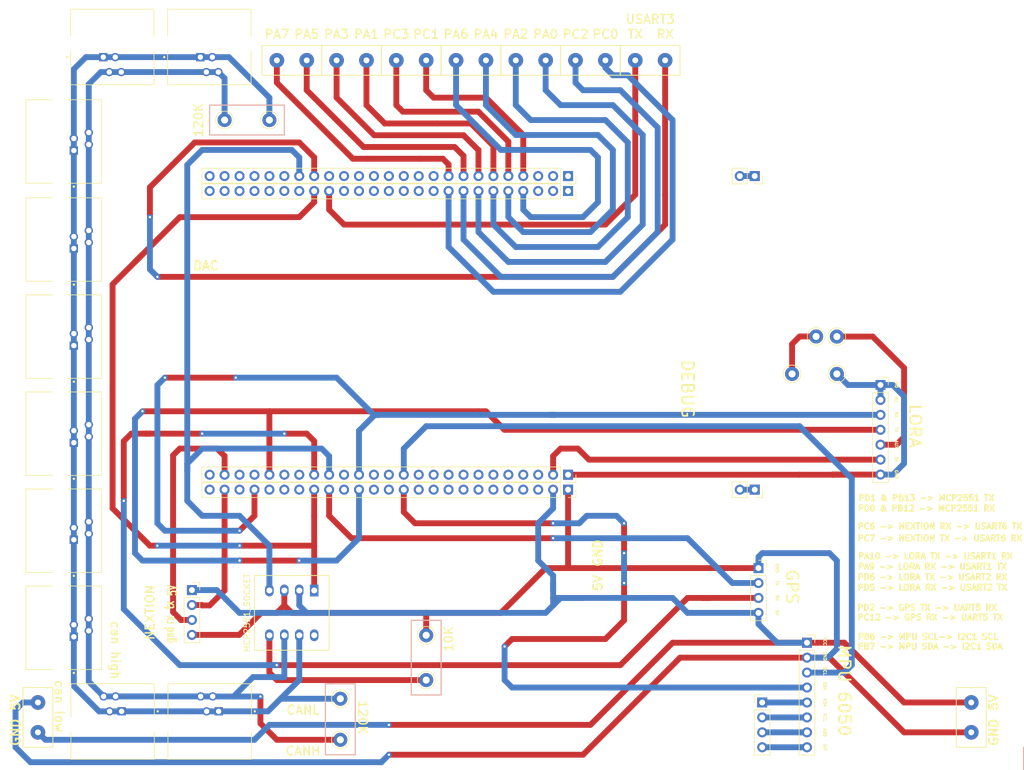
<source format=kicad_pcb>
(kicad_pcb (version 20171130) (host pcbnew "(5.0.2)-1")

  (general
    (thickness 1.6)
    (drawings 92)
    (tracks 442)
    (zones 0)
    (modules 41)
    (nets 1)
  )

  (page A4)
  (layers
    (0 F.Cu signal)
    (31 B.Cu signal)
    (32 B.Adhes user)
    (33 F.Adhes user)
    (34 B.Paste user)
    (35 F.Paste user)
    (36 B.SilkS user)
    (37 F.SilkS user)
    (38 B.Mask user)
    (39 F.Mask user)
    (40 Dwgs.User user)
    (41 Cmts.User user)
    (42 Eco1.User user)
    (43 Eco2.User user)
    (44 Edge.Cuts user)
    (45 Margin user)
    (46 B.CrtYd user)
    (47 F.CrtYd user)
    (48 B.Fab user)
    (49 F.Fab user)
  )

  (setup
    (last_trace_width 1)
    (user_trace_width 0.5)
    (user_trace_width 0.8)
    (user_trace_width 1)
    (user_trace_width 1.2)
    (user_trace_width 1.5)
    (trace_clearance 0.8)
    (zone_clearance 0.508)
    (zone_45_only no)
    (trace_min 0.5)
    (segment_width 0.2)
    (edge_width 0.15)
    (via_size 0.8)
    (via_drill 0.4)
    (via_min_size 0.5)
    (via_min_drill 0.4)
    (uvia_size 0.3)
    (uvia_drill 0.1)
    (uvias_allowed no)
    (uvia_min_size 0.2)
    (uvia_min_drill 0.1)
    (pcb_text_width 0.3)
    (pcb_text_size 1.5 1.5)
    (mod_edge_width 0.15)
    (mod_text_size 1 1)
    (mod_text_width 0.15)
    (pad_size 1.408 1.408)
    (pad_drill 0.9)
    (pad_to_mask_clearance 0.051)
    (solder_mask_min_width 0.25)
    (aux_axis_origin 0 0)
    (visible_elements 7FFFFFFF)
    (pcbplotparams
      (layerselection 0x010fc_ffffffff)
      (usegerberextensions false)
      (usegerberattributes false)
      (usegerberadvancedattributes false)
      (creategerberjobfile false)
      (excludeedgelayer true)
      (linewidth 0.100000)
      (plotframeref false)
      (viasonmask false)
      (mode 1)
      (useauxorigin false)
      (hpglpennumber 1)
      (hpglpenspeed 20)
      (hpglpendiameter 15.000000)
      (psnegative false)
      (psa4output false)
      (plotreference true)
      (plotvalue true)
      (plotinvisibletext false)
      (padsonsilk false)
      (subtractmaskfromsilk false)
      (outputformat 1)
      (mirror false)
      (drillshape 0)
      (scaleselection 1)
      (outputdirectory ""))
  )

  (net 0 "")

  (net_class Default "This is the default net class."
    (clearance 0.8)
    (trace_width 0.8)
    (via_dia 0.8)
    (via_drill 0.4)
    (uvia_dia 0.3)
    (uvia_drill 0.1)
    (diff_pair_gap 0.25)
    (diff_pair_width 0.8)
  )

  (module TerminalBlock_Dinkle:KLEMENS (layer F.Cu) (tedit 63626819) (tstamp 63A3C76D)
    (at 71.12 162.56 90)
    (descr "Wire solder connection")
    (tags connector)
    (attr virtual)
    (fp_text reference "" (at 0 -3.81 90) (layer F.SilkS) hide
      (effects (font (size 1 1) (thickness 0.15)))
    )
    (fp_text value "" (at 0 3.175 90) (layer F.Fab) hide
      (effects (font (size 1 1) (thickness 0.15)))
    )
    (fp_line (start 7.62 2.54) (end -2.54 2.54) (layer F.SilkS) (width 0.15))
    (fp_line (start 7.62 -2.54) (end 7.62 2.54) (layer F.SilkS) (width 0.15))
    (fp_line (start -2.54 -2.54) (end 7.62 -2.54) (layer F.SilkS) (width 0.15))
    (fp_line (start -2.54 2.54) (end -2.54 -2.54) (layer F.SilkS) (width 0.15))
    (fp_text user %R (at 0 0 90) (layer F.Fab)
      (effects (font (size 1 1) (thickness 0.15)))
    )
    (pad 1 thru_hole circle (at 5.08 0 90) (size 2.49936 2.49936) (drill 1.00076) (layers *.Cu *.Mask))
    (pad 1 thru_hole circle (at 0 0 90) (size 2.49936 2.49936) (drill 1.00076) (layers *.Cu *.Mask))
    (model "C:/Users/Abdülhakim Çalgın/Desktop/TerminalBlock_Phoenix.3dshapes/TerminalBlock_Phoenix_MKDS-3-2-5.08_1x02_P5.08mm_Horizontal.wrl"
      (at (xyz 0 0 0))
      (scale (xyz 1 1 1))
      (rotate (xyz 0 0 0))
    )
    (model C:/Users/acalg/OneDrive/Masaüstü/TerminalBlock_Phoenix.3dshapes/TerminalBlock_Phoenix_MKDS-3-2-5.08_1x02_P5.08mm_Horizontal.wrl
      (offset (xyz 5 0 0))
      (scale (xyz 1 1 1))
      (rotate (xyz 0 0 -180))
    )
  )

  (module TerminalBlock_Dinkle:KLEMENS (layer F.Cu) (tedit 63626819) (tstamp 63A1CB8A)
    (at 229.87 162.56 90)
    (descr "Wire solder connection")
    (tags connector)
    (attr virtual)
    (fp_text reference "" (at 0 -3.81 90) (layer F.SilkS) hide
      (effects (font (size 1 1) (thickness 0.15)))
    )
    (fp_text value "" (at 0 3.175 90) (layer F.Fab) hide
      (effects (font (size 1 1) (thickness 0.15)))
    )
    (fp_text user %R (at 0 0 90) (layer F.Fab)
      (effects (font (size 1 1) (thickness 0.15)))
    )
    (fp_line (start -2.54 2.54) (end -2.54 -2.54) (layer F.SilkS) (width 0.15))
    (fp_line (start -2.54 -2.54) (end 7.62 -2.54) (layer F.SilkS) (width 0.15))
    (fp_line (start 7.62 -2.54) (end 7.62 2.54) (layer F.SilkS) (width 0.15))
    (fp_line (start 7.62 2.54) (end -2.54 2.54) (layer F.SilkS) (width 0.15))
    (pad 1 thru_hole circle (at 0 0 90) (size 2.49936 2.49936) (drill 1.00076) (layers *.Cu *.Mask))
    (pad 1 thru_hole circle (at 5.08 0 90) (size 2.49936 2.49936) (drill 1.00076) (layers *.Cu *.Mask))
    (model "C:/Users/Abdülhakim Çalgın/Desktop/TerminalBlock_Phoenix.3dshapes/TerminalBlock_Phoenix_MKDS-3-2-5.08_1x02_P5.08mm_Horizontal.wrl"
      (at (xyz 0 0 0))
      (scale (xyz 1 1 1))
      (rotate (xyz 0 0 0))
    )
    (model C:/Users/acalg/OneDrive/Masaüstü/TerminalBlock_Phoenix.3dshapes/TerminalBlock_Phoenix_MKDS-3-2-5.08_1x02_P5.08mm_Horizontal.wrl
      (at (xyz 0 0 0))
      (scale (xyz 1 1 1))
      (rotate (xyz 0 0 0))
    )
  )

  (module TerminalBlock_Dinkle:KLEMENS (layer F.Cu) (tedit 639E2519) (tstamp 639F8C77)
    (at 177.8 48.26 180)
    (descr "Wire solder connection")
    (tags connector)
    (attr virtual)
    (fp_text reference "" (at 0 -3.81 180) (layer F.SilkS) hide
      (effects (font (size 1 1) (thickness 0.15)))
    )
    (fp_text value "" (at 0 3.175 180) (layer F.Fab) hide
      (effects (font (size 1 1) (thickness 0.15)))
    )
    (fp_text user %R (at 0 0 180) (layer F.Fab)
      (effects (font (size 1 1) (thickness 0.15)))
    )
    (fp_line (start -2.54 2.54) (end -2.54 -2.54) (layer F.SilkS) (width 0.15))
    (fp_line (start -2.54 -2.54) (end 7.62 -2.54) (layer F.SilkS) (width 0.15))
    (fp_line (start 7.62 -2.54) (end 7.62 2.54) (layer F.SilkS) (width 0.15))
    (fp_line (start 7.62 2.54) (end -2.54 2.54) (layer F.SilkS) (width 0.15))
    (pad 1 thru_hole circle (at 0 0 180) (size 2.49936 2.49936) (drill 1.00076) (layers *.Cu *.Mask))
    (pad 1 thru_hole circle (at 5.08 0 180) (size 2.49936 2.49936) (drill 1.00076) (layers *.Cu *.Mask))
    (model "C:/Users/Abdülhakim Çalgın/Desktop/TerminalBlock_Phoenix.3dshapes/TerminalBlock_Phoenix_MKDS-3-2-5.08_1x02_P5.08mm_Horizontal.wrl"
      (at (xyz 0 0 0))
      (scale (xyz 1 1 1))
      (rotate (xyz 0 0 0))
    )
    (model C:/Users/acalg/OneDrive/Masaüstü/TerminalBlock_Phoenix.3dshapes/TerminalBlock_Phoenix_PT-1,5-2-5.0-H_1x02_P5.00mm_Horizontal.wrl
      (at (xyz 0 0 0))
      (scale (xyz 1 1 1))
      (rotate (xyz 0 0 0))
    )
  )

  (module Connector_Pin:Pin_D1.0mm_L10.0mm_LooseFit (layer F.Cu) (tedit 637AA3F7) (tstamp 63A19602)
    (at 122.555 163.83 270)
    (descr "solder Pin_ diameter 1.0mm, hole diameter 1.2mm (loose fit), length 10.0mm")
    (tags "solder Pin_ loose fit")
    (fp_text reference "" (at 0 2.25 270) (layer F.SilkS)
      (effects (font (size 1 1) (thickness 0.15)))
    )
    (fp_text value "" (at 0 -2.05 270) (layer F.Fab)
      (effects (font (size 1 1) (thickness 0.15)))
    )
    (fp_text user %R (at 0 2.25 270) (layer F.Fab)
      (effects (font (size 1 1) (thickness 0.15)))
    )
    (fp_circle (center 0 0) (end 1.7 0) (layer F.CrtYd) (width 0.05))
    (fp_circle (center 0 0) (end 0.5 0) (layer F.Fab) (width 0.12))
    (fp_circle (center 0 0) (end 1.2 0) (layer F.Fab) (width 0.12))
    (fp_circle (center 0 0) (end 1.5 0.05) (layer F.SilkS) (width 0.12))
    (pad 1 thru_hole circle (at 0 0 270) (size 2.4 2.4) (drill 1.2) (layers *.Cu *.Mask))
    (model ${KISYS3DMOD}/Connector_Pin.3dshapes/Pin_D1.0mm_L10.0mm_LooseFit.wrl
      (at (xyz 0 0 0))
      (scale (xyz 1 1 1))
      (rotate (xyz 0 0 0))
    )
  )

  (module Connector_Pin:Pin_D1.0mm_L10.0mm_LooseFit (layer F.Cu) (tedit 637AA3F7) (tstamp 63A195EC)
    (at 122.555 156.845 270)
    (descr "solder Pin_ diameter 1.0mm, hole diameter 1.2mm (loose fit), length 10.0mm")
    (tags "solder Pin_ loose fit")
    (fp_text reference "" (at 0 2.25 270) (layer F.SilkS)
      (effects (font (size 1 1) (thickness 0.15)))
    )
    (fp_text value "" (at 0 -2.05 270) (layer F.Fab)
      (effects (font (size 1 1) (thickness 0.15)))
    )
    (fp_circle (center 0 0) (end 1.5 0.05) (layer F.SilkS) (width 0.12))
    (fp_circle (center 0 0) (end 1.2 0) (layer F.Fab) (width 0.12))
    (fp_circle (center 0 0) (end 0.5 0) (layer F.Fab) (width 0.12))
    (fp_circle (center 0 0) (end 1.7 0) (layer F.CrtYd) (width 0.05))
    (fp_text user %R (at 0 2.25 270) (layer F.Fab)
      (effects (font (size 1 1) (thickness 0.15)))
    )
    (pad 1 thru_hole circle (at 0 0 270) (size 2.4 2.4) (drill 1.2) (layers *.Cu *.Mask))
    (model ${KISYS3DMOD}/Connector_Pin.3dshapes/Pin_D1.0mm_L10.0mm_LooseFit.wrl
      (at (xyz 0 0 0))
      (scale (xyz 1 1 1))
      (rotate (xyz 0 0 0))
    )
    (model "${KIPRJMOD}/3d models/kicad3Dmodels-master/generated/Resistors/Film_Carbon/RESAD780W55L630D240B.wrl"
      (offset (xyz 3.809999942779541 0 0))
      (scale (xyz 1 1 1))
      (rotate (xyz 0 0 0))
    )
  )

  (module Connector_Pin:Pin_D1.0mm_L10.0mm_LooseFit (layer F.Cu) (tedit 637AA3F7) (tstamp 63A18FD2)
    (at 110.49 58.42 270)
    (descr "solder Pin_ diameter 1.0mm, hole diameter 1.2mm (loose fit), length 10.0mm")
    (tags "solder Pin_ loose fit")
    (fp_text reference "" (at 0 2.25 270) (layer F.SilkS)
      (effects (font (size 1 1) (thickness 0.15)))
    )
    (fp_text value "" (at 0 -2.05 270) (layer F.Fab)
      (effects (font (size 1 1) (thickness 0.15)))
    )
    (fp_circle (center 0 0) (end 1.5 0.05) (layer F.SilkS) (width 0.12))
    (fp_circle (center 0 0) (end 1.2 0) (layer F.Fab) (width 0.12))
    (fp_circle (center 0 0) (end 0.5 0) (layer F.Fab) (width 0.12))
    (fp_circle (center 0 0) (end 1.7 0) (layer F.CrtYd) (width 0.05))
    (fp_text user %R (at 0 2.25 270) (layer F.Fab)
      (effects (font (size 1 1) (thickness 0.15)))
    )
    (pad 1 thru_hole circle (at 0 0 270) (size 2.4 2.4) (drill 1.2) (layers *.Cu *.Mask))
    (model ${KISYS3DMOD}/Connector_Pin.3dshapes/Pin_D1.0mm_L10.0mm_LooseFit.wrl
      (at (xyz 0 0 0))
      (scale (xyz 1 1 1))
      (rotate (xyz 0 0 0))
    )
  )

  (module Connector_Pin:Pin_D1.0mm_L10.0mm_LooseFit (layer F.Cu) (tedit 637AA3F7) (tstamp 63A18FD2)
    (at 102.87 58.42)
    (descr "solder Pin_ diameter 1.0mm, hole diameter 1.2mm (loose fit), length 10.0mm")
    (tags "solder Pin_ loose fit")
    (fp_text reference "" (at 0 2.25) (layer F.SilkS)
      (effects (font (size 1 1) (thickness 0.15)))
    )
    (fp_text value "" (at 0 -2.05) (layer F.Fab)
      (effects (font (size 1 1) (thickness 0.15)))
    )
    (fp_circle (center 0 0) (end 1.5 0.05) (layer F.SilkS) (width 0.12))
    (fp_circle (center 0 0) (end 1.2 0) (layer F.Fab) (width 0.12))
    (fp_circle (center 0 0) (end 0.5 0) (layer F.Fab) (width 0.12))
    (fp_circle (center 0 0) (end 1.7 0) (layer F.CrtYd) (width 0.05))
    (fp_text user %R (at 0 2.25) (layer F.Fab)
      (effects (font (size 1 1) (thickness 0.15)))
    )
    (pad 1 thru_hole circle (at 0 0) (size 2.4 2.4) (drill 1.2) (layers *.Cu *.Mask))
    (model ${KISYS3DMOD}/Connector_Pin.3dshapes/Pin_D1.0mm_L10.0mm_LooseFit.wrl
      (at (xyz 0 0 0))
      (scale (xyz 1 1 1))
      (rotate (xyz 0 0 0))
    )
    (model "${KIPRJMOD}/3d models/kicad3Dmodels-master/generated/Resistors/Film_Carbon/RESAD780W55L630D240B.wrl"
      (offset (xyz 3.809999942779541 0 0))
      (scale (xyz 1 1 1))
      (rotate (xyz 0 0 0))
    )
  )

  (module Connector_Pin:Pin_D1.0mm_L10.0mm_LooseFit (layer F.Cu) (tedit 637AA3F7) (tstamp 639E8BD5)
    (at 203.4794 95.2246 270)
    (descr "solder Pin_ diameter 1.0mm, hole diameter 1.2mm (loose fit), length 10.0mm")
    (tags "solder Pin_ loose fit")
    (fp_text reference "" (at 0 2.25 270) (layer F.SilkS)
      (effects (font (size 1 1) (thickness 0.15)))
    )
    (fp_text value "" (at 0 -2.05 270) (layer F.Fab)
      (effects (font (size 1 1) (thickness 0.15)))
    )
    (fp_circle (center 0 0) (end 1.5 0.05) (layer F.SilkS) (width 0.12))
    (fp_circle (center 0 0) (end 1.2 0) (layer F.Fab) (width 0.12))
    (fp_circle (center 0 0) (end 0.5 0) (layer F.Fab) (width 0.12))
    (fp_circle (center 0 0) (end 1.7 0) (layer F.CrtYd) (width 0.05))
    (fp_text user %R (at 0 2.25 270) (layer F.Fab)
      (effects (font (size 1 1) (thickness 0.15)))
    )
    (pad 1 thru_hole circle (at 0 0 270) (size 2.4 2.4) (drill 1.2) (layers *.Cu *.Mask))
    (model ${KISYS3DMOD}/Connector_Pin.3dshapes/Pin_D1.0mm_L10.0mm_LooseFit.wrl
      (at (xyz 0 0 0))
      (scale (xyz 1 1 1))
      (rotate (xyz 0 0 0))
    )
  )

  (module Connector_Pin:Pin_D1.0mm_L10.0mm_LooseFit (layer F.Cu) (tedit 637AA3F7) (tstamp 639E8BD5)
    (at 207.01 95.25 270)
    (descr "solder Pin_ diameter 1.0mm, hole diameter 1.2mm (loose fit), length 10.0mm")
    (tags "solder Pin_ loose fit")
    (fp_text reference "" (at 0 2.25 270) (layer F.SilkS)
      (effects (font (size 1 1) (thickness 0.15)))
    )
    (fp_text value "" (at 0 -2.05 270) (layer F.Fab)
      (effects (font (size 1 1) (thickness 0.15)))
    )
    (fp_circle (center 0 0) (end 1.5 0.05) (layer F.SilkS) (width 0.12))
    (fp_circle (center 0 0) (end 1.2 0) (layer F.Fab) (width 0.12))
    (fp_circle (center 0 0) (end 0.5 0) (layer F.Fab) (width 0.12))
    (fp_circle (center 0 0) (end 1.7 0) (layer F.CrtYd) (width 0.05))
    (fp_text user %R (at 0 2.25 270) (layer F.Fab)
      (effects (font (size 1 1) (thickness 0.15)))
    )
    (pad 1 thru_hole circle (at 0 0 270) (size 2.4 2.4) (drill 1.2) (layers *.Cu *.Mask))
    (model ${KISYS3DMOD}/Connector_Pin.3dshapes/Pin_D1.0mm_L10.0mm_LooseFit.wrl
      (offset (xyz 0 0 2.539999961853027))
      (scale (xyz 1 1 1))
      (rotate (xyz 0 0 0))
    )
    (model "${KIPRJMOD}/3d models/red-led-5mm.wrl"
      (offset (xyz 0 -1.904999971389771 1.269999980926514))
      (scale (xyz 500 500 500))
      (rotate (xyz 0 0 0))
    )
  )

  (module Connector_Pin:Pin_D1.0mm_L10.0mm_LooseFit (layer F.Cu) (tedit 637AA3F7) (tstamp 639E85FF)
    (at 199.39 101.6 270)
    (descr "solder Pin_ diameter 1.0mm, hole diameter 1.2mm (loose fit), length 10.0mm")
    (tags "solder Pin_ loose fit")
    (fp_text reference "" (at 0 2.25 270) (layer F.SilkS)
      (effects (font (size 1 1) (thickness 0.15)))
    )
    (fp_text value "" (at 0 -2.05 270) (layer F.Fab)
      (effects (font (size 1 1) (thickness 0.15)))
    )
    (fp_text user %R (at 0 2.25 270) (layer F.Fab)
      (effects (font (size 1 1) (thickness 0.15)))
    )
    (fp_circle (center 0 0) (end 1.7 0) (layer F.CrtYd) (width 0.05))
    (fp_circle (center 0 0) (end 0.5 0) (layer F.Fab) (width 0.12))
    (fp_circle (center 0 0) (end 1.2 0) (layer F.Fab) (width 0.12))
    (fp_circle (center 0 0) (end 1.5 0.05) (layer F.SilkS) (width 0.12))
    (pad 1 thru_hole circle (at 0 0 270) (size 2.4 2.4) (drill 1.2) (layers *.Cu *.Mask))
    (model ${KISYS3DMOD}/Connector_Pin.3dshapes/Pin_D1.0mm_L10.0mm_LooseFit.wrl
      (at (xyz 0 0 0))
      (scale (xyz 1 1 1))
      (rotate (xyz 0 0 0))
    )
  )

  (module Connector_Pin:Pin_D1.0mm_L10.0mm_LooseFit (layer F.Cu) (tedit 637AA3F7) (tstamp 639E85A0)
    (at 207.01 101.6 270)
    (descr "solder Pin_ diameter 1.0mm, hole diameter 1.2mm (loose fit), length 10.0mm")
    (tags "solder Pin_ loose fit")
    (fp_text reference "" (at 0 2.25 270) (layer F.SilkS)
      (effects (font (size 1 1) (thickness 0.15)))
    )
    (fp_text value "" (at 0 -2.05 270) (layer F.Fab)
      (effects (font (size 1 1) (thickness 0.15)))
    )
    (fp_circle (center 0 0) (end 1.5 0.05) (layer F.SilkS) (width 0.12))
    (fp_circle (center 0 0) (end 1.2 0) (layer F.Fab) (width 0.12))
    (fp_circle (center 0 0) (end 0.5 0) (layer F.Fab) (width 0.12))
    (fp_circle (center 0 0) (end 1.7 0) (layer F.CrtYd) (width 0.05))
    (fp_text user %R (at 0 2.25 270) (layer F.Fab)
      (effects (font (size 1 1) (thickness 0.15)))
    )
    (pad 1 thru_hole circle (at 0 0 270) (size 2.4 2.4) (drill 1.2) (layers *.Cu *.Mask))
    (model ${KISYS3DMOD}/Connector_Pin.3dshapes/Pin_D1.0mm_L10.0mm_LooseFit.wrl
      (at (xyz 0 0 0))
      (scale (xyz 1 1 1))
      (rotate (xyz 0 0 0))
    )
    (model "${KIPRJMOD}/3d models/kicad3Dmodels-master/generated/Resistors/Film_Carbon/RESAD780W55L630D240B.wrl"
      (offset (xyz 0 -3.809999942779541 0))
      (scale (xyz 1 1 1))
      (rotate (xyz 0 0 90))
    )
  )

  (module "RJ JAKS:rj11xx" (layer F.Cu) (tedit 639E2170) (tstamp 639E7BD9)
    (at 83.82 161.29)
    (fp_text reference "" (at -3.975 -8.425) (layer F.SilkS)
      (effects (font (size 1 1) (thickness 0.15)))
    )
    (fp_text value "" (at 2.375 7.095) (layer F.Fab)
      (effects (font (size 1 1) (thickness 0.15)))
    )
    (fp_line (start -7.1 -7) (end 7.1 -7) (layer F.Fab) (width 0.127))
    (fp_line (start 7.1 -7) (end 7.1 5.85) (layer F.Fab) (width 0.127))
    (fp_line (start 7.1 5.85) (end -7.1 5.85) (layer F.Fab) (width 0.127))
    (fp_line (start -7.1 5.85) (end -7.1 -7) (layer F.Fab) (width 0.127))
    (fp_line (start -7.1 -7) (end 7.1 -7) (layer F.SilkS) (width 0.127))
    (fp_line (start 7.1 5.85) (end -7.1 5.85) (layer F.SilkS) (width 0.127))
    (fp_line (start -7.43 -7.25) (end 7.43 -7.25) (layer F.CrtYd) (width 0.05))
    (fp_line (start 7.43 -7.25) (end 7.43 6.1) (layer F.CrtYd) (width 0.05))
    (fp_line (start 7.43 6.1) (end -7.43 6.1) (layer F.CrtYd) (width 0.05))
    (fp_line (start -7.43 6.1) (end -7.43 -7.25) (layer F.CrtYd) (width 0.05))
    (fp_line (start -7.1 -1.32) (end -7.1 -7) (layer F.SilkS) (width 0.127))
    (fp_line (start -7.1 5.85) (end -7.1 1.32) (layer F.SilkS) (width 0.127))
    (fp_line (start 7.1 -1.32) (end 7.1 -7) (layer F.SilkS) (width 0.127))
    (fp_line (start 7.1 5.85) (end 7.1 1.32) (layer F.SilkS) (width 0.127))
    (fp_circle (center 7.675 -2.3) (end 7.775 -2.3) (layer F.SilkS) (width 0.2))
    (fp_circle (center 7.675 -2.3) (end 7.775 -2.3) (layer F.Fab) (width 0.2))
    (pad 1 thru_hole rect (at 1.53 -2.3) (size 1.408 1.408) (drill 0.9) (layers *.Cu *.Mask))
    (pad 2 thru_hole circle (at 0.51 -4.84) (size 1.408 1.408) (drill 0.9) (layers *.Cu *.Mask))
    (pad 3 thru_hole circle (at -0.51 -2.3) (size 1.408 1.408) (drill 0.9) (layers *.Cu *.Mask))
    (pad 4 thru_hole circle (at -1.53 -4.84) (size 1.408 1.408) (drill 0.9) (layers *.Cu *.Mask))
    (pad None np_thru_hole circle (at -6 0) (size 2.36 2.36) (drill 2.36) (layers *.Cu *.Mask))
    (pad None np_thru_hole circle (at 6 0) (size 2.36 2.36) (drill 2.36) (layers *.Cu *.Mask))
    (model C:/Users/acalg/OneDrive/Masaüstü/electricar/ImageToStl.com_tj6p4c.wrl
      (offset (xyz -1.5 5 0))
      (scale (xyz 0.4 0.4 0.4))
      (rotate (xyz 0 0 0))
    )
  )

  (module "RJ JAKS:rj11xx" (layer F.Cu) (tedit 639E2172) (tstamp 639E7BC0)
    (at 100.33 161.29)
    (fp_text reference "" (at -3.975 -8.425) (layer F.SilkS)
      (effects (font (size 1 1) (thickness 0.15)))
    )
    (fp_text value "" (at 2.375 7.095) (layer F.Fab)
      (effects (font (size 1 1) (thickness 0.15)))
    )
    (fp_circle (center 7.675 -2.3) (end 7.775 -2.3) (layer F.Fab) (width 0.2))
    (fp_circle (center 7.675 -2.3) (end 7.775 -2.3) (layer F.SilkS) (width 0.2))
    (fp_line (start 7.1 5.85) (end 7.1 1.32) (layer F.SilkS) (width 0.127))
    (fp_line (start 7.1 -1.32) (end 7.1 -7) (layer F.SilkS) (width 0.127))
    (fp_line (start -7.1 5.85) (end -7.1 1.32) (layer F.SilkS) (width 0.127))
    (fp_line (start -7.1 -1.32) (end -7.1 -7) (layer F.SilkS) (width 0.127))
    (fp_line (start -7.43 6.1) (end -7.43 -7.25) (layer F.CrtYd) (width 0.05))
    (fp_line (start 7.43 6.1) (end -7.43 6.1) (layer F.CrtYd) (width 0.05))
    (fp_line (start 7.43 -7.25) (end 7.43 6.1) (layer F.CrtYd) (width 0.05))
    (fp_line (start -7.43 -7.25) (end 7.43 -7.25) (layer F.CrtYd) (width 0.05))
    (fp_line (start 7.1 5.85) (end -7.1 5.85) (layer F.SilkS) (width 0.127))
    (fp_line (start -7.1 -7) (end 7.1 -7) (layer F.SilkS) (width 0.127))
    (fp_line (start -7.1 5.85) (end -7.1 -7) (layer F.Fab) (width 0.127))
    (fp_line (start 7.1 5.85) (end -7.1 5.85) (layer F.Fab) (width 0.127))
    (fp_line (start 7.1 -7) (end 7.1 5.85) (layer F.Fab) (width 0.127))
    (fp_line (start -7.1 -7) (end 7.1 -7) (layer F.Fab) (width 0.127))
    (pad None np_thru_hole circle (at 6 0) (size 2.36 2.36) (drill 2.36) (layers *.Cu *.Mask))
    (pad None np_thru_hole circle (at -6 0) (size 2.36 2.36) (drill 2.36) (layers *.Cu *.Mask))
    (pad 4 thru_hole circle (at -1.53 -4.84) (size 1.408 1.408) (drill 0.9) (layers *.Cu *.Mask))
    (pad 3 thru_hole circle (at -0.51 -2.3) (size 1.408 1.408) (drill 0.9) (layers *.Cu *.Mask))
    (pad 2 thru_hole circle (at 0.51 -4.84) (size 1.408 1.408) (drill 0.9) (layers *.Cu *.Mask))
    (pad 1 thru_hole rect (at 1.53 -2.3) (size 1.408 1.408) (drill 0.9) (layers *.Cu *.Mask))
    (model C:/Users/acalg/OneDrive/Masaüstü/electricar/ImageToStl.com_tj6p4c.wrl
      (offset (xyz -1.5 5 0))
      (scale (xyz 0.4 0.4 0.4))
      (rotate (xyz 0 0 0))
    )
  )

  (module TerminalBlock_Dinkle:KLEMENS (layer F.Cu) (tedit 639E24C1) (tstamp 639DE05D)
    (at 127 48.26 180)
    (descr "Wire solder connection")
    (tags connector)
    (attr virtual)
    (fp_text reference "" (at 0 -3.81 180) (layer F.SilkS) hide
      (effects (font (size 1 1) (thickness 0.15)))
    )
    (fp_text value "" (at 0 3.175 180) (layer F.Fab) hide
      (effects (font (size 1 1) (thickness 0.15)))
    )
    (fp_line (start 7.62 2.54) (end -2.54 2.54) (layer F.SilkS) (width 0.15))
    (fp_line (start 7.62 -2.54) (end 7.62 2.54) (layer F.SilkS) (width 0.15))
    (fp_line (start -2.54 -2.54) (end 7.62 -2.54) (layer F.SilkS) (width 0.15))
    (fp_line (start -2.54 2.54) (end -2.54 -2.54) (layer F.SilkS) (width 0.15))
    (fp_text user %R (at 0 0 180) (layer F.Fab)
      (effects (font (size 1 1) (thickness 0.15)))
    )
    (pad 1 thru_hole circle (at 5.08 0 180) (size 2.49936 2.49936) (drill 1.00076) (layers *.Cu *.Mask))
    (pad 1 thru_hole circle (at 0 0 180) (size 2.49936 2.49936) (drill 1.00076) (layers *.Cu *.Mask))
    (model "C:/Users/Abdülhakim Çalgın/Desktop/TerminalBlock_Phoenix.3dshapes/TerminalBlock_Phoenix_MKDS-3-2-5.08_1x02_P5.08mm_Horizontal.wrl"
      (at (xyz 0 0 0))
      (scale (xyz 1 1 1))
      (rotate (xyz 0 0 0))
    )
    (model C:/Users/acalg/OneDrive/Masaüstü/TerminalBlock_Phoenix.3dshapes/TerminalBlock_Phoenix_PT-1,5-2-5.0-H_1x02_P5.00mm_Horizontal.wrl
      (at (xyz 0 0 0))
      (scale (xyz 1 1 1))
      (rotate (xyz 0 0 0))
    )
  )

  (module Connector_PinSocket_2.54mm:PinSocket_1x04_P2.54mm_Vertical (layer F.Cu) (tedit 639E20FD) (tstamp 637D0AEC)
    (at 97.313948 138.364868)
    (descr "Through hole straight socket strip, 1x04, 2.54mm pitch, single row (from Kicad 4.0.7), script generated")
    (tags "Through hole socket strip THT 1x04 2.54mm single row")
    (fp_text reference "" (at 0 -2.77) (layer F.SilkS)
      (effects (font (size 1 1) (thickness 0.15)))
    )
    (fp_text value "" (at 0 10.39) (layer F.Fab)
      (effects (font (size 1 1) (thickness 0.15)))
    )
    (fp_text user %R (at 0 3.81 -270) (layer F.Fab)
      (effects (font (size 1 1) (thickness 0.15)))
    )
    (fp_line (start -1.8 9.4) (end -1.8 -1.8) (layer F.CrtYd) (width 0.05))
    (fp_line (start 1.75 9.4) (end -1.8 9.4) (layer F.CrtYd) (width 0.05))
    (fp_line (start 1.75 -1.8) (end 1.75 9.4) (layer F.CrtYd) (width 0.05))
    (fp_line (start -1.8 -1.8) (end 1.75 -1.8) (layer F.CrtYd) (width 0.05))
    (fp_line (start 0 -1.33) (end 1.33 -1.33) (layer F.SilkS) (width 0.12))
    (fp_line (start 1.33 -1.33) (end 1.33 0) (layer F.SilkS) (width 0.12))
    (fp_line (start 1.33 1.27) (end 1.33 8.95) (layer F.SilkS) (width 0.12))
    (fp_line (start -1.33 8.95) (end 1.33 8.95) (layer F.SilkS) (width 0.12))
    (fp_line (start -1.33 1.27) (end -1.33 8.95) (layer F.SilkS) (width 0.12))
    (fp_line (start -1.33 1.27) (end 1.33 1.27) (layer F.SilkS) (width 0.12))
    (fp_line (start -1.27 8.89) (end -1.27 -1.27) (layer F.Fab) (width 0.1))
    (fp_line (start 1.27 8.89) (end -1.27 8.89) (layer F.Fab) (width 0.1))
    (fp_line (start 1.27 -0.635) (end 1.27 8.89) (layer F.Fab) (width 0.1))
    (fp_line (start 0.635 -1.27) (end 1.27 -0.635) (layer F.Fab) (width 0.1))
    (fp_line (start -1.27 -1.27) (end 0.635 -1.27) (layer F.Fab) (width 0.1))
    (pad 4 thru_hole oval (at 0 7.62) (size 1.7 1.7) (drill 1) (layers *.Cu *.Mask))
    (pad 3 thru_hole oval (at 0 5.08) (size 1.7 1.7) (drill 1) (layers *.Cu *.Mask))
    (pad 2 thru_hole oval (at 0 2.54) (size 1.7 1.7) (drill 1) (layers *.Cu *.Mask))
    (pad 1 thru_hole rect (at 0 0) (size 1.7 1.7) (drill 1) (layers *.Cu *.Mask))
    (model ${KISYS3DMOD}/Connector_PinSocket_2.54mm.3dshapes/PinSocket_1x04_P2.54mm_Vertical.wrl
      (at (xyz 0 0 0))
      (scale (xyz 1 1 1))
      (rotate (xyz 0 0 0))
    )
  )

  (module TerminalBlock_Dinkle:KLEMENS (layer F.Cu) (tedit 639E2519) (tstamp 639E1263)
    (at 167.64 48.26 180)
    (descr "Wire solder connection")
    (tags connector)
    (attr virtual)
    (fp_text reference "" (at 0 -3.81 180) (layer F.SilkS) hide
      (effects (font (size 1 1) (thickness 0.15)))
    )
    (fp_text value "" (at 0 3.175 180) (layer F.Fab) hide
      (effects (font (size 1 1) (thickness 0.15)))
    )
    (fp_line (start 7.62 2.54) (end -2.54 2.54) (layer F.SilkS) (width 0.15))
    (fp_line (start 7.62 -2.54) (end 7.62 2.54) (layer F.SilkS) (width 0.15))
    (fp_line (start -2.54 -2.54) (end 7.62 -2.54) (layer F.SilkS) (width 0.15))
    (fp_line (start -2.54 2.54) (end -2.54 -2.54) (layer F.SilkS) (width 0.15))
    (fp_text user %R (at 0 0 180) (layer F.Fab)
      (effects (font (size 1 1) (thickness 0.15)))
    )
    (pad 1 thru_hole circle (at 5.08 0 180) (size 2.49936 2.49936) (drill 1.00076) (layers *.Cu *.Mask))
    (pad 1 thru_hole circle (at 0 0 180) (size 2.49936 2.49936) (drill 1.00076) (layers *.Cu *.Mask))
    (model "C:/Users/Abdülhakim Çalgın/Desktop/TerminalBlock_Phoenix.3dshapes/TerminalBlock_Phoenix_MKDS-3-2-5.08_1x02_P5.08mm_Horizontal.wrl"
      (at (xyz 0 0 0))
      (scale (xyz 1 1 1))
      (rotate (xyz 0 0 0))
    )
    (model C:/Users/acalg/OneDrive/Masaüstü/TerminalBlock_Phoenix.3dshapes/TerminalBlock_Phoenix_PT-1,5-2-5.0-H_1x02_P5.00mm_Horizontal.wrl
      (at (xyz 0 0 0))
      (scale (xyz 1 1 1))
      (rotate (xyz 0 0 0))
    )
  )

  (module TerminalBlock_Dinkle:KLEMENS (layer F.Cu) (tedit 639E24C5) (tstamp 639E11DC)
    (at 116.84 48.26 180)
    (descr "Wire solder connection")
    (tags connector)
    (attr virtual)
    (fp_text reference "" (at 0 -3.81 180) (layer F.SilkS) hide
      (effects (font (size 1 1) (thickness 0.15)))
    )
    (fp_text value "" (at 0 3.175 180) (layer F.SilkS) hide
      (effects (font (size 1 1) (thickness 0.15)))
    )
    (fp_text user %R (at 0 0 180) (layer F.Fab)
      (effects (font (size 1 1) (thickness 0.15)))
    )
    (fp_line (start -2.54 2.54) (end -2.54 -2.54) (layer F.SilkS) (width 0.15))
    (fp_line (start -2.54 -2.54) (end 7.62 -2.54) (layer F.SilkS) (width 0.15))
    (fp_line (start 7.62 -2.54) (end 7.62 2.54) (layer F.SilkS) (width 0.15))
    (fp_line (start 7.62 2.54) (end -2.54 2.54) (layer F.SilkS) (width 0.15))
    (pad 1 thru_hole circle (at 0 0 180) (size 2.49936 2.49936) (drill 1.00076) (layers *.Cu *.Mask))
    (pad 1 thru_hole circle (at 5.08 0 180) (size 2.49936 2.49936) (drill 1.00076) (layers *.Cu *.Mask))
    (model "C:/Users/Abdülhakim Çalgın/Desktop/TerminalBlock_Phoenix.3dshapes/TerminalBlock_Phoenix_MKDS-3-2-5.08_1x02_P5.08mm_Horizontal.wrl"
      (at (xyz 0 0 0))
      (scale (xyz 1 1 1))
      (rotate (xyz 0 0 0))
    )
    (model C:/Users/acalg/OneDrive/Masaüstü/TerminalBlock_Phoenix.3dshapes/TerminalBlock_Phoenix_PT-1,5-2-5.0-H_1x02_P5.00mm_Horizontal.wrl
      (at (xyz 0 0 0))
      (scale (xyz 1 1 1))
      (rotate (xyz 0 0 0))
    )
  )

  (module TerminalBlock_Dinkle:KLEMENS (layer F.Cu) (tedit 639E24BF) (tstamp 639E11DC)
    (at 137.16 48.26 180)
    (descr "Wire solder connection")
    (tags connector)
    (attr virtual)
    (fp_text reference "" (at 0 -3.81 180) (layer F.SilkS) hide
      (effects (font (size 1 1) (thickness 0.15)))
    )
    (fp_text value "" (at 0 3.175 180) (layer F.Fab) hide
      (effects (font (size 1 1) (thickness 0.15)))
    )
    (fp_text user %R (at 0 0 180) (layer F.Fab)
      (effects (font (size 1 1) (thickness 0.15)))
    )
    (fp_line (start -2.54 2.54) (end -2.54 -2.54) (layer F.SilkS) (width 0.15))
    (fp_line (start -2.54 -2.54) (end 7.62 -2.54) (layer F.SilkS) (width 0.15))
    (fp_line (start 7.62 -2.54) (end 7.62 2.54) (layer F.SilkS) (width 0.15))
    (fp_line (start 7.62 2.54) (end -2.54 2.54) (layer F.SilkS) (width 0.15))
    (pad 1 thru_hole circle (at 0 0 180) (size 2.49936 2.49936) (drill 1.00076) (layers *.Cu *.Mask))
    (pad 1 thru_hole circle (at 5.08 0 180) (size 2.49936 2.49936) (drill 1.00076) (layers *.Cu *.Mask))
    (model "C:/Users/Abdülhakim Çalgın/Desktop/TerminalBlock_Phoenix.3dshapes/TerminalBlock_Phoenix_MKDS-3-2-5.08_1x02_P5.08mm_Horizontal.wrl"
      (at (xyz 0 0 0))
      (scale (xyz 1 1 1))
      (rotate (xyz 0 0 0))
    )
    (model C:/Users/acalg/OneDrive/Masaüstü/TerminalBlock_Phoenix.3dshapes/TerminalBlock_Phoenix_PT-1,5-2-5.0-H_1x02_P5.00mm_Horizontal.wrl
      (at (xyz 0 0 0))
      (scale (xyz 1 1 1))
      (rotate (xyz 0 0 0))
    )
  )

  (module TerminalBlock_Dinkle:KLEMENS (layer F.Cu) (tedit 639E251F) (tstamp 639E11DC)
    (at 147.32 48.26 180)
    (descr "Wire solder connection")
    (tags connector)
    (attr virtual)
    (fp_text reference "" (at 0 -3.81 180) (layer F.SilkS) hide
      (effects (font (size 1 1) (thickness 0.15)))
    )
    (fp_text value "" (at 0 3.175 180) (layer F.Fab) hide
      (effects (font (size 1 1) (thickness 0.15)))
    )
    (fp_text user %R (at 0 0 180) (layer F.Fab)
      (effects (font (size 1 1) (thickness 0.15)))
    )
    (fp_line (start -2.54 2.54) (end -2.54 -2.54) (layer F.SilkS) (width 0.15))
    (fp_line (start -2.54 -2.54) (end 7.62 -2.54) (layer F.SilkS) (width 0.15))
    (fp_line (start 7.62 -2.54) (end 7.62 2.54) (layer F.SilkS) (width 0.15))
    (fp_line (start 7.62 2.54) (end -2.54 2.54) (layer F.SilkS) (width 0.15))
    (pad 1 thru_hole circle (at 0 0 180) (size 2.49936 2.49936) (drill 1.00076) (layers *.Cu *.Mask))
    (pad 1 thru_hole circle (at 5.08 0 180) (size 2.49936 2.49936) (drill 1.00076) (layers *.Cu *.Mask))
    (model "C:/Users/Abdülhakim Çalgın/Desktop/TerminalBlock_Phoenix.3dshapes/TerminalBlock_Phoenix_MKDS-3-2-5.08_1x02_P5.08mm_Horizontal.wrl"
      (at (xyz 0 0 0))
      (scale (xyz 1 1 1))
      (rotate (xyz 0 0 0))
    )
    (model C:/Users/acalg/OneDrive/Masaüstü/TerminalBlock_Phoenix.3dshapes/TerminalBlock_Phoenix_PT-1,5-2-5.0-H_1x02_P5.00mm_Horizontal.wrl
      (at (xyz 0 0 0))
      (scale (xyz 1 1 1))
      (rotate (xyz 0 0 0))
    )
  )

  (module "RJ JAKS:rj11xx" (layer F.Cu) (tedit 639E2186) (tstamp 639CD86C)
    (at 83.766361 45.416901 180)
    (fp_text reference "" (at -3.975 -8.425 180) (layer F.SilkS)
      (effects (font (size 1 1) (thickness 0.15)))
    )
    (fp_text value "" (at 2.375 7.095 180) (layer F.Fab)
      (effects (font (size 1 1) (thickness 0.15)))
    )
    (fp_line (start -7.1 -7) (end 7.1 -7) (layer F.Fab) (width 0.127))
    (fp_line (start 7.1 -7) (end 7.1 5.85) (layer F.Fab) (width 0.127))
    (fp_line (start 7.1 5.85) (end -7.1 5.85) (layer F.Fab) (width 0.127))
    (fp_line (start -7.1 5.85) (end -7.1 -7) (layer F.Fab) (width 0.127))
    (fp_line (start -7.1 -7) (end 7.1 -7) (layer F.SilkS) (width 0.127))
    (fp_line (start 7.1 5.85) (end -7.1 5.85) (layer F.SilkS) (width 0.127))
    (fp_line (start -7.43 -7.25) (end 7.43 -7.25) (layer F.CrtYd) (width 0.05))
    (fp_line (start 7.43 -7.25) (end 7.43 6.1) (layer F.CrtYd) (width 0.05))
    (fp_line (start 7.43 6.1) (end -7.43 6.1) (layer F.CrtYd) (width 0.05))
    (fp_line (start -7.43 6.1) (end -7.43 -7.25) (layer F.CrtYd) (width 0.05))
    (fp_line (start -7.1 -1.32) (end -7.1 -7) (layer F.SilkS) (width 0.127))
    (fp_line (start -7.1 5.85) (end -7.1 1.32) (layer F.SilkS) (width 0.127))
    (fp_line (start 7.1 -1.32) (end 7.1 -7) (layer F.SilkS) (width 0.127))
    (fp_line (start 7.1 5.85) (end 7.1 1.32) (layer F.SilkS) (width 0.127))
    (fp_circle (center 7.675 -2.3) (end 7.775 -2.3) (layer F.SilkS) (width 0.2))
    (fp_circle (center 7.675 -2.3) (end 7.775 -2.3) (layer F.Fab) (width 0.2))
    (pad 1 thru_hole rect (at 1.53 -2.3 180) (size 1.408 1.408) (drill 0.9) (layers *.Cu *.Mask))
    (pad 2 thru_hole circle (at 0.51 -4.84 180) (size 1.408 1.408) (drill 0.9) (layers *.Cu *.Mask))
    (pad 3 thru_hole circle (at -0.51 -2.3 180) (size 1.408 1.408) (drill 0.9) (layers *.Cu *.Mask))
    (pad 4 thru_hole circle (at -1.53 -4.84 180) (size 1.408 1.408) (drill 0.9) (layers *.Cu *.Mask))
    (pad None np_thru_hole circle (at -6 0 180) (size 2.36 2.36) (drill 2.36) (layers *.Cu *.Mask))
    (pad None np_thru_hole circle (at 6 0 180) (size 2.36 2.36) (drill 2.36) (layers *.Cu *.Mask))
    (model C:/Users/acalg/OneDrive/Masaüstü/electricar/ImageToStl.com_tj6p4c.wrl
      (offset (xyz -1.5 5 0))
      (scale (xyz 0.4 0.4 0.4))
      (rotate (xyz 0 0 0))
    )
  )

  (module "RJ JAKS:rj11xx" (layer F.Cu) (tedit 639E2189) (tstamp 639CD83A)
    (at 100.276361 45.416901 180)
    (fp_text reference "" (at -3.975 -8.425 180) (layer F.SilkS)
      (effects (font (size 1 1) (thickness 0.15)))
    )
    (fp_text value "" (at 2.375 7.095 180) (layer F.Fab)
      (effects (font (size 1 1) (thickness 0.15)))
    )
    (fp_line (start -7.1 -7) (end 7.1 -7) (layer F.Fab) (width 0.127))
    (fp_line (start 7.1 -7) (end 7.1 5.85) (layer F.Fab) (width 0.127))
    (fp_line (start 7.1 5.85) (end -7.1 5.85) (layer F.Fab) (width 0.127))
    (fp_line (start -7.1 5.85) (end -7.1 -7) (layer F.Fab) (width 0.127))
    (fp_line (start -7.1 -7) (end 7.1 -7) (layer F.SilkS) (width 0.127))
    (fp_line (start 7.1 5.85) (end -7.1 5.85) (layer F.SilkS) (width 0.127))
    (fp_line (start -7.43 -7.25) (end 7.43 -7.25) (layer F.CrtYd) (width 0.05))
    (fp_line (start 7.43 -7.25) (end 7.43 6.1) (layer F.CrtYd) (width 0.05))
    (fp_line (start 7.43 6.1) (end -7.43 6.1) (layer F.CrtYd) (width 0.05))
    (fp_line (start -7.43 6.1) (end -7.43 -7.25) (layer F.CrtYd) (width 0.05))
    (fp_line (start -7.1 -1.32) (end -7.1 -7) (layer F.SilkS) (width 0.127))
    (fp_line (start -7.1 5.85) (end -7.1 1.32) (layer F.SilkS) (width 0.127))
    (fp_line (start 7.1 -1.32) (end 7.1 -7) (layer F.SilkS) (width 0.127))
    (fp_line (start 7.1 5.85) (end 7.1 1.32) (layer F.SilkS) (width 0.127))
    (fp_circle (center 7.675 -2.3) (end 7.775 -2.3) (layer F.SilkS) (width 0.2))
    (fp_circle (center 7.675 -2.3) (end 7.775 -2.3) (layer F.Fab) (width 0.2))
    (pad 1 thru_hole rect (at 1.53 -2.3 180) (size 1.408 1.408) (drill 0.9) (layers *.Cu *.Mask))
    (pad 2 thru_hole circle (at 0.51 -4.84 180) (size 1.408 1.408) (drill 0.9) (layers *.Cu *.Mask))
    (pad 3 thru_hole circle (at -0.51 -2.3 180) (size 1.408 1.408) (drill 0.9) (layers *.Cu *.Mask))
    (pad 4 thru_hole circle (at -1.53 -4.84 180) (size 1.408 1.408) (drill 0.9) (layers *.Cu *.Mask))
    (pad None np_thru_hole circle (at -6 0 180) (size 2.36 2.36) (drill 2.36) (layers *.Cu *.Mask))
    (pad None np_thru_hole circle (at 6 0 180) (size 2.36 2.36) (drill 2.36) (layers *.Cu *.Mask))
    (model C:/Users/acalg/OneDrive/Masaüstü/electricar/ImageToStl.com_tj6p4c.wrl
      (offset (xyz -1.5 5 0))
      (scale (xyz 0.4 0.4 0.4))
      (rotate (xyz 0 0 0))
    )
  )

  (module "RJ JAKS:rj11xx" (layer F.Cu) (tedit 639E2183) (tstamp 639CD821)
    (at 74.93 62.07 270)
    (fp_text reference "" (at -3.975 -8.425 270) (layer F.SilkS)
      (effects (font (size 1 1) (thickness 0.15)))
    )
    (fp_text value "" (at 2.375 7.095 270) (layer F.Fab)
      (effects (font (size 1 1) (thickness 0.15)))
    )
    (fp_line (start -7.1 -7) (end 7.1 -7) (layer F.Fab) (width 0.127))
    (fp_line (start 7.1 -7) (end 7.1 5.85) (layer F.Fab) (width 0.127))
    (fp_line (start 7.1 5.85) (end -7.1 5.85) (layer F.Fab) (width 0.127))
    (fp_line (start -7.1 5.85) (end -7.1 -7) (layer F.Fab) (width 0.127))
    (fp_line (start -7.1 -7) (end 7.1 -7) (layer F.SilkS) (width 0.127))
    (fp_line (start 7.1 5.85) (end -7.1 5.85) (layer F.SilkS) (width 0.127))
    (fp_line (start -7.43 -7.25) (end 7.43 -7.25) (layer F.CrtYd) (width 0.05))
    (fp_line (start 7.43 -7.25) (end 7.43 6.1) (layer F.CrtYd) (width 0.05))
    (fp_line (start 7.43 6.1) (end -7.43 6.1) (layer F.CrtYd) (width 0.05))
    (fp_line (start -7.43 6.1) (end -7.43 -7.25) (layer F.CrtYd) (width 0.05))
    (fp_line (start -7.1 -1.32) (end -7.1 -7) (layer F.SilkS) (width 0.127))
    (fp_line (start -7.1 5.85) (end -7.1 1.32) (layer F.SilkS) (width 0.127))
    (fp_line (start 7.1 -1.32) (end 7.1 -7) (layer F.SilkS) (width 0.127))
    (fp_line (start 7.1 5.85) (end 7.1 1.32) (layer F.SilkS) (width 0.127))
    (fp_circle (center 7.675 -2.3) (end 7.775 -2.3) (layer F.SilkS) (width 0.2))
    (fp_circle (center 7.675 -2.3) (end 7.775 -2.3) (layer F.Fab) (width 0.2))
    (pad 1 thru_hole rect (at 1.53 -2.3 270) (size 1.408 1.408) (drill 0.9) (layers *.Cu *.Mask))
    (pad 2 thru_hole circle (at 0.51 -4.84 270) (size 1.408 1.408) (drill 0.9) (layers *.Cu *.Mask))
    (pad 3 thru_hole circle (at -0.51 -2.3 270) (size 1.408 1.408) (drill 0.9) (layers *.Cu *.Mask))
    (pad 4 thru_hole circle (at -1.53 -4.84 270) (size 1.408 1.408) (drill 0.9) (layers *.Cu *.Mask))
    (pad None np_thru_hole circle (at -6 0 270) (size 2.36 2.36) (drill 2.36) (layers *.Cu *.Mask))
    (pad None np_thru_hole circle (at 6 0 270) (size 2.36 2.36) (drill 2.36) (layers *.Cu *.Mask))
    (model C:/Users/acalg/OneDrive/Masaüstü/electricar/ImageToStl.com_tj6p4c.wrl
      (offset (xyz -1.5 5 0))
      (scale (xyz 0.4 0.4 0.4))
      (rotate (xyz 0 0 0))
    )
  )

  (module "RJ JAKS:rj11xx" (layer F.Cu) (tedit 639E217F) (tstamp 639CA187)
    (at 74.93 78.74 270)
    (fp_text reference "" (at -3.975 -8.425 270) (layer F.SilkS)
      (effects (font (size 1 1) (thickness 0.15)))
    )
    (fp_text value "" (at 2.375 7.095 270) (layer F.Fab)
      (effects (font (size 1 1) (thickness 0.15)))
    )
    (fp_circle (center 7.675 -2.3) (end 7.775 -2.3) (layer F.Fab) (width 0.2))
    (fp_circle (center 7.675 -2.3) (end 7.775 -2.3) (layer F.SilkS) (width 0.2))
    (fp_line (start 7.1 5.85) (end 7.1 1.32) (layer F.SilkS) (width 0.127))
    (fp_line (start 7.1 -1.32) (end 7.1 -7) (layer F.SilkS) (width 0.127))
    (fp_line (start -7.1 5.85) (end -7.1 1.32) (layer F.SilkS) (width 0.127))
    (fp_line (start -7.1 -1.32) (end -7.1 -7) (layer F.SilkS) (width 0.127))
    (fp_line (start -7.43 6.1) (end -7.43 -7.25) (layer F.CrtYd) (width 0.05))
    (fp_line (start 7.43 6.1) (end -7.43 6.1) (layer F.CrtYd) (width 0.05))
    (fp_line (start 7.43 -7.25) (end 7.43 6.1) (layer F.CrtYd) (width 0.05))
    (fp_line (start -7.43 -7.25) (end 7.43 -7.25) (layer F.CrtYd) (width 0.05))
    (fp_line (start 7.1 5.85) (end -7.1 5.85) (layer F.SilkS) (width 0.127))
    (fp_line (start -7.1 -7) (end 7.1 -7) (layer F.SilkS) (width 0.127))
    (fp_line (start -7.1 5.85) (end -7.1 -7) (layer F.Fab) (width 0.127))
    (fp_line (start 7.1 5.85) (end -7.1 5.85) (layer F.Fab) (width 0.127))
    (fp_line (start 7.1 -7) (end 7.1 5.85) (layer F.Fab) (width 0.127))
    (fp_line (start -7.1 -7) (end 7.1 -7) (layer F.Fab) (width 0.127))
    (pad None np_thru_hole circle (at 6 0 270) (size 2.36 2.36) (drill 2.36) (layers *.Cu *.Mask))
    (pad None np_thru_hole circle (at -6 0 270) (size 2.36 2.36) (drill 2.36) (layers *.Cu *.Mask))
    (pad 4 thru_hole circle (at -1.53 -4.84 270) (size 1.408 1.408) (drill 0.9) (layers *.Cu *.Mask))
    (pad 3 thru_hole circle (at -0.51 -2.3 270) (size 1.408 1.408) (drill 0.9) (layers *.Cu *.Mask))
    (pad 2 thru_hole circle (at 0.51 -4.84 270) (size 1.408 1.408) (drill 0.9) (layers *.Cu *.Mask))
    (pad 1 thru_hole rect (at 1.53 -2.3 270) (size 1.408 1.408) (drill 0.9) (layers *.Cu *.Mask))
    (model C:/Users/acalg/OneDrive/Masaüstü/electricar/ImageToStl.com_tj6p4c.wrl
      (offset (xyz -1.5 5 0))
      (scale (xyz 0.4 0.4 0.4))
      (rotate (xyz 0 0 0))
    )
  )

  (module "RJ JAKS:rj11xx" (layer F.Cu) (tedit 639E217C) (tstamp 639CA187)
    (at 74.93 95.25 270)
    (fp_text reference "" (at -3.975 -8.425 270) (layer F.SilkS)
      (effects (font (size 1 1) (thickness 0.15)))
    )
    (fp_text value "" (at 2.375 7.095 270) (layer F.Fab)
      (effects (font (size 1 1) (thickness 0.15)))
    )
    (fp_circle (center 7.675 -2.3) (end 7.775 -2.3) (layer F.Fab) (width 0.2))
    (fp_circle (center 7.675 -2.3) (end 7.775 -2.3) (layer F.SilkS) (width 0.2))
    (fp_line (start 7.1 5.85) (end 7.1 1.32) (layer F.SilkS) (width 0.127))
    (fp_line (start 7.1 -1.32) (end 7.1 -7) (layer F.SilkS) (width 0.127))
    (fp_line (start -7.1 5.85) (end -7.1 1.32) (layer F.SilkS) (width 0.127))
    (fp_line (start -7.1 -1.32) (end -7.1 -7) (layer F.SilkS) (width 0.127))
    (fp_line (start -7.43 6.1) (end -7.43 -7.25) (layer F.CrtYd) (width 0.05))
    (fp_line (start 7.43 6.1) (end -7.43 6.1) (layer F.CrtYd) (width 0.05))
    (fp_line (start 7.43 -7.25) (end 7.43 6.1) (layer F.CrtYd) (width 0.05))
    (fp_line (start -7.43 -7.25) (end 7.43 -7.25) (layer F.CrtYd) (width 0.05))
    (fp_line (start 7.1 5.85) (end -7.1 5.85) (layer F.SilkS) (width 0.127))
    (fp_line (start -7.1 -7) (end 7.1 -7) (layer F.SilkS) (width 0.127))
    (fp_line (start -7.1 5.85) (end -7.1 -7) (layer F.Fab) (width 0.127))
    (fp_line (start 7.1 5.85) (end -7.1 5.85) (layer F.Fab) (width 0.127))
    (fp_line (start 7.1 -7) (end 7.1 5.85) (layer F.Fab) (width 0.127))
    (fp_line (start -7.1 -7) (end 7.1 -7) (layer F.Fab) (width 0.127))
    (pad None np_thru_hole circle (at 6 0 270) (size 2.36 2.36) (drill 2.36) (layers *.Cu *.Mask))
    (pad None np_thru_hole circle (at -6 0 270) (size 2.36 2.36) (drill 2.36) (layers *.Cu *.Mask))
    (pad 4 thru_hole circle (at -1.53 -4.84 270) (size 1.408 1.408) (drill 0.9) (layers *.Cu *.Mask))
    (pad 3 thru_hole circle (at -0.51 -2.3 270) (size 1.408 1.408) (drill 0.9) (layers *.Cu *.Mask))
    (pad 2 thru_hole circle (at 0.51 -4.84 270) (size 1.408 1.408) (drill 0.9) (layers *.Cu *.Mask))
    (pad 1 thru_hole rect (at 1.53 -2.3 270) (size 1.408 1.408) (drill 0.9) (layers *.Cu *.Mask))
    (model C:/Users/acalg/OneDrive/Masaüstü/electricar/ImageToStl.com_tj6p4c.wrl
      (offset (xyz -1.5 5 0))
      (scale (xyz 0.4 0.4 0.4))
      (rotate (xyz 0 0 0))
    )
  )

  (module "RJ JAKS:rj11xx" (layer F.Cu) (tedit 639E2178) (tstamp 639CA187)
    (at 74.93 111.76 270)
    (fp_text reference "" (at -3.975 -8.425 270) (layer F.SilkS)
      (effects (font (size 1 1) (thickness 0.15)))
    )
    (fp_text value "" (at 2.375 7.095 270) (layer F.Fab)
      (effects (font (size 1 1) (thickness 0.15)))
    )
    (fp_circle (center 7.675 -2.3) (end 7.775 -2.3) (layer F.Fab) (width 0.2))
    (fp_circle (center 7.675 -2.3) (end 7.775 -2.3) (layer F.SilkS) (width 0.2))
    (fp_line (start 7.1 5.85) (end 7.1 1.32) (layer F.SilkS) (width 0.127))
    (fp_line (start 7.1 -1.32) (end 7.1 -7) (layer F.SilkS) (width 0.127))
    (fp_line (start -7.1 5.85) (end -7.1 1.32) (layer F.SilkS) (width 0.127))
    (fp_line (start -7.1 -1.32) (end -7.1 -7) (layer F.SilkS) (width 0.127))
    (fp_line (start -7.43 6.1) (end -7.43 -7.25) (layer F.CrtYd) (width 0.05))
    (fp_line (start 7.43 6.1) (end -7.43 6.1) (layer F.CrtYd) (width 0.05))
    (fp_line (start 7.43 -7.25) (end 7.43 6.1) (layer F.CrtYd) (width 0.05))
    (fp_line (start -7.43 -7.25) (end 7.43 -7.25) (layer F.CrtYd) (width 0.05))
    (fp_line (start 7.1 5.85) (end -7.1 5.85) (layer F.SilkS) (width 0.127))
    (fp_line (start -7.1 -7) (end 7.1 -7) (layer F.SilkS) (width 0.127))
    (fp_line (start -7.1 5.85) (end -7.1 -7) (layer F.Fab) (width 0.127))
    (fp_line (start 7.1 5.85) (end -7.1 5.85) (layer F.Fab) (width 0.127))
    (fp_line (start 7.1 -7) (end 7.1 5.85) (layer F.Fab) (width 0.127))
    (fp_line (start -7.1 -7) (end 7.1 -7) (layer F.Fab) (width 0.127))
    (pad None np_thru_hole circle (at 6 0 270) (size 2.36 2.36) (drill 2.36) (layers *.Cu *.Mask))
    (pad None np_thru_hole circle (at -6 0 270) (size 2.36 2.36) (drill 2.36) (layers *.Cu *.Mask))
    (pad 4 thru_hole circle (at -1.53 -4.84 270) (size 1.408 1.408) (drill 0.9) (layers *.Cu *.Mask))
    (pad 3 thru_hole circle (at -0.51 -2.3 270) (size 1.408 1.408) (drill 0.9) (layers *.Cu *.Mask))
    (pad 2 thru_hole circle (at 0.51 -4.84 270) (size 1.408 1.408) (drill 0.9) (layers *.Cu *.Mask))
    (pad 1 thru_hole rect (at 1.53 -2.3 270) (size 1.408 1.408) (drill 0.9) (layers *.Cu *.Mask))
    (model C:/Users/acalg/OneDrive/Masaüstü/electricar/ImageToStl.com_tj6p4c.wrl
      (offset (xyz -1.5 5 0))
      (scale (xyz 0.4 0.4 0.4))
      (rotate (xyz 0 0 0))
    )
  )

  (module "RJ JAKS:rj11xx" (layer F.Cu) (tedit 639E2175) (tstamp 639CA187)
    (at 74.93 128.27 270)
    (fp_text reference "" (at -3.975 -8.425 270) (layer F.SilkS)
      (effects (font (size 1 1) (thickness 0.15)))
    )
    (fp_text value "" (at 2.375 7.095 270) (layer F.Fab)
      (effects (font (size 1 1) (thickness 0.15)))
    )
    (fp_circle (center 7.675 -2.3) (end 7.775 -2.3) (layer F.Fab) (width 0.2))
    (fp_circle (center 7.675 -2.3) (end 7.775 -2.3) (layer F.SilkS) (width 0.2))
    (fp_line (start 7.1 5.85) (end 7.1 1.32) (layer F.SilkS) (width 0.127))
    (fp_line (start 7.1 -1.32) (end 7.1 -7) (layer F.SilkS) (width 0.127))
    (fp_line (start -7.1 5.85) (end -7.1 1.32) (layer F.SilkS) (width 0.127))
    (fp_line (start -7.1 -1.32) (end -7.1 -7) (layer F.SilkS) (width 0.127))
    (fp_line (start -7.43 6.1) (end -7.43 -7.25) (layer F.CrtYd) (width 0.05))
    (fp_line (start 7.43 6.1) (end -7.43 6.1) (layer F.CrtYd) (width 0.05))
    (fp_line (start 7.43 -7.25) (end 7.43 6.1) (layer F.CrtYd) (width 0.05))
    (fp_line (start -7.43 -7.25) (end 7.43 -7.25) (layer F.CrtYd) (width 0.05))
    (fp_line (start 7.1 5.85) (end -7.1 5.85) (layer F.SilkS) (width 0.127))
    (fp_line (start -7.1 -7) (end 7.1 -7) (layer F.SilkS) (width 0.127))
    (fp_line (start -7.1 5.85) (end -7.1 -7) (layer F.Fab) (width 0.127))
    (fp_line (start 7.1 5.85) (end -7.1 5.85) (layer F.Fab) (width 0.127))
    (fp_line (start 7.1 -7) (end 7.1 5.85) (layer F.Fab) (width 0.127))
    (fp_line (start -7.1 -7) (end 7.1 -7) (layer F.Fab) (width 0.127))
    (pad None np_thru_hole circle (at 6 0 270) (size 2.36 2.36) (drill 2.36) (layers *.Cu *.Mask))
    (pad None np_thru_hole circle (at -6 0 270) (size 2.36 2.36) (drill 2.36) (layers *.Cu *.Mask))
    (pad 4 thru_hole circle (at -1.53 -4.84 270) (size 1.408 1.408) (drill 0.9) (layers *.Cu *.Mask))
    (pad 3 thru_hole circle (at -0.51 -2.3 270) (size 1.408 1.408) (drill 0.9) (layers *.Cu *.Mask))
    (pad 2 thru_hole circle (at 0.51 -4.84 270) (size 1.408 1.408) (drill 0.9) (layers *.Cu *.Mask))
    (pad 1 thru_hole rect (at 1.53 -2.3 270) (size 1.408 1.408) (drill 0.9) (layers *.Cu *.Mask))
    (model C:/Users/acalg/OneDrive/Masaüstü/electricar/ImageToStl.com_tj6p4c.wrl
      (offset (xyz -1.5 5 0))
      (scale (xyz 0.4 0.4 0.4))
      (rotate (xyz 0 0 0))
    )
  )

  (module "RJ JAKS:rj11xx" (layer F.Cu) (tedit 639E216D) (tstamp 639CA187)
    (at 74.93 144.78 270)
    (fp_text reference "" (at -3.975 -8.425 270) (layer F.SilkS)
      (effects (font (size 1 1) (thickness 0.15)))
    )
    (fp_text value "" (at 2.375 7.095 270) (layer F.Fab)
      (effects (font (size 1 1) (thickness 0.15)))
    )
    (fp_circle (center 7.675 -2.3) (end 7.775 -2.3) (layer F.Fab) (width 0.2))
    (fp_circle (center 7.675 -2.3) (end 7.775 -2.3) (layer F.SilkS) (width 0.2))
    (fp_line (start 7.1 5.85) (end 7.1 1.32) (layer F.SilkS) (width 0.127))
    (fp_line (start 7.1 -1.32) (end 7.1 -7) (layer F.SilkS) (width 0.127))
    (fp_line (start -7.1 5.85) (end -7.1 1.32) (layer F.SilkS) (width 0.127))
    (fp_line (start -7.1 -1.32) (end -7.1 -7) (layer F.SilkS) (width 0.127))
    (fp_line (start -7.43 6.1) (end -7.43 -7.25) (layer F.CrtYd) (width 0.05))
    (fp_line (start 7.43 6.1) (end -7.43 6.1) (layer F.CrtYd) (width 0.05))
    (fp_line (start 7.43 -7.25) (end 7.43 6.1) (layer F.CrtYd) (width 0.05))
    (fp_line (start -7.43 -7.25) (end 7.43 -7.25) (layer F.CrtYd) (width 0.05))
    (fp_line (start 7.1 5.85) (end -7.1 5.85) (layer F.SilkS) (width 0.127))
    (fp_line (start -7.1 -7) (end 7.1 -7) (layer F.SilkS) (width 0.127))
    (fp_line (start -7.1 5.85) (end -7.1 -7) (layer F.Fab) (width 0.127))
    (fp_line (start 7.1 5.85) (end -7.1 5.85) (layer F.Fab) (width 0.127))
    (fp_line (start 7.1 -7) (end 7.1 5.85) (layer F.Fab) (width 0.127))
    (fp_line (start -7.1 -7) (end 7.1 -7) (layer F.Fab) (width 0.127))
    (pad None np_thru_hole circle (at 6 0 270) (size 2.36 2.36) (drill 2.36) (layers *.Cu *.Mask))
    (pad None np_thru_hole circle (at -6 0 270) (size 2.36 2.36) (drill 2.36) (layers *.Cu *.Mask))
    (pad 4 thru_hole circle (at -1.53 -4.84 270) (size 1.408 1.408) (drill 0.9) (layers *.Cu *.Mask))
    (pad 3 thru_hole circle (at -0.51 -2.3 270) (size 1.408 1.408) (drill 0.9) (layers *.Cu *.Mask))
    (pad 2 thru_hole circle (at 0.51 -4.84 270) (size 1.408 1.408) (drill 0.9) (layers *.Cu *.Mask))
    (pad 1 thru_hole rect (at 1.53 -2.3 270) (size 1.408 1.408) (drill 0.9) (layers *.Cu *.Mask))
    (model C:/Users/acalg/OneDrive/Masaüstü/electricar/ImageToStl.com_tj6p4c.wrl
      (offset (xyz -1.5 5 0))
      (scale (xyz 0.4 0.4 0.4))
      (rotate (xyz 0 0 0))
    )
  )

  (module Connector_Pin:Pin_D1.0mm_L10.0mm_LooseFit (layer F.Cu) (tedit 637AA3F7) (tstamp 63815849)
    (at 137.16 146.05 270)
    (descr "solder Pin_ diameter 1.0mm, hole diameter 1.2mm (loose fit), length 10.0mm")
    (tags "solder Pin_ loose fit")
    (fp_text reference "" (at 0 2.25 270) (layer F.SilkS)
      (effects (font (size 1 1) (thickness 0.15)))
    )
    (fp_text value "" (at 0 -2.05 270) (layer F.Fab)
      (effects (font (size 1 1) (thickness 0.15)))
    )
    (fp_text user %R (at 0 2.25 270) (layer F.Fab)
      (effects (font (size 1 1) (thickness 0.15)))
    )
    (fp_circle (center 0 0) (end 1.7 0) (layer F.CrtYd) (width 0.05))
    (fp_circle (center 0 0) (end 0.5 0) (layer F.Fab) (width 0.12))
    (fp_circle (center 0 0) (end 1.2 0) (layer F.Fab) (width 0.12))
    (fp_circle (center 0 0) (end 1.5 0.05) (layer F.SilkS) (width 0.12))
    (pad 1 thru_hole circle (at 0 0 270) (size 2.4 2.4) (drill 1.2) (layers *.Cu *.Mask))
    (model ${KISYS3DMOD}/Connector_Pin.3dshapes/Pin_D1.0mm_L10.0mm_LooseFit.wrl
      (at (xyz 0 0 0))
      (scale (xyz 1 1 1))
      (rotate (xyz 0 0 0))
    )
    (model "${KIPRJMOD}/3d models/kicad3Dmodels-master/generated/Resistors/Film_Carbon/RESAD780W55L630D240B.wrl"
      (offset (xyz 3.809999942779541 0 0))
      (scale (xyz 1 1 1))
      (rotate (xyz 0 0 0))
    )
  )

  (module Connector_PinSocket_2.54mm:PinSocket_1x25_P2.54mm_Vertical (layer F.Cu) (tedit 639E2724) (tstamp 6367DADC)
    (at 161.29 121.285 270)
    (descr "Through hole straight socket strip, 1x25, 2.54mm pitch, single row (from Kicad 4.0.7), script generated")
    (tags "Through hole socket strip THT 1x25 2.54mm single row")
    (fp_text reference "" (at 0 -2.77 270) (layer F.SilkS)
      (effects (font (size 1 1) (thickness 0.15)))
    )
    (fp_text value "" (at 0 63.73 270) (layer F.Fab)
      (effects (font (size 1 1) (thickness 0.15)))
    )
    (fp_line (start -1.27 -1.27) (end 0.635 -1.27) (layer F.Fab) (width 0.1))
    (fp_line (start 0.635 -1.27) (end 1.27 -0.635) (layer F.Fab) (width 0.1))
    (fp_line (start 1.27 -0.635) (end 1.27 62.23) (layer F.Fab) (width 0.1))
    (fp_line (start 1.27 62.23) (end -1.27 62.23) (layer F.Fab) (width 0.1))
    (fp_line (start -1.27 62.23) (end -1.27 -1.27) (layer F.Fab) (width 0.1))
    (fp_line (start -1.33 1.27) (end 1.33 1.27) (layer F.SilkS) (width 0.12))
    (fp_line (start -1.33 1.27) (end -1.33 62.29) (layer F.SilkS) (width 0.12))
    (fp_line (start -1.33 62.29) (end 1.33 62.29) (layer F.SilkS) (width 0.12))
    (fp_line (start 1.33 1.27) (end 1.33 62.29) (layer F.SilkS) (width 0.12))
    (fp_line (start 1.33 -1.33) (end 1.33 0) (layer F.SilkS) (width 0.12))
    (fp_line (start 0 -1.33) (end 1.33 -1.33) (layer F.SilkS) (width 0.12))
    (fp_line (start -1.8 -1.8) (end 1.75 -1.8) (layer F.CrtYd) (width 0.05))
    (fp_line (start 1.75 -1.8) (end 1.75 62.7) (layer F.CrtYd) (width 0.05))
    (fp_line (start 1.75 62.7) (end -1.8 62.7) (layer F.CrtYd) (width 0.05))
    (fp_line (start -1.8 62.7) (end -1.8 -1.8) (layer F.CrtYd) (width 0.05))
    (fp_text user %R (at 0 30.48) (layer F.Fab)
      (effects (font (size 1 1) (thickness 0.15)))
    )
    (pad 1 thru_hole rect (at 0 0 270) (size 1.7 1.7) (drill 1) (layers *.Cu *.Mask))
    (pad 2 thru_hole oval (at 0 2.54 270) (size 1.7 1.7) (drill 1) (layers *.Cu *.Mask))
    (pad 3 thru_hole oval (at 0 5.08 270) (size 1.7 1.7) (drill 1) (layers *.Cu *.Mask))
    (pad 4 thru_hole oval (at 0 7.62 270) (size 1.7 1.7) (drill 1) (layers *.Cu *.Mask))
    (pad 5 thru_hole oval (at 0 10.16 270) (size 1.7 1.7) (drill 1) (layers *.Cu *.Mask))
    (pad 6 thru_hole oval (at 0 12.7 270) (size 1.7 1.7) (drill 1) (layers *.Cu *.Mask))
    (pad 7 thru_hole oval (at 0 15.24 270) (size 1.7 1.7) (drill 1) (layers *.Cu *.Mask))
    (pad 8 thru_hole oval (at 0 17.78 270) (size 1.7 1.7) (drill 1) (layers *.Cu *.Mask))
    (pad 9 thru_hole oval (at 0 20.32 270) (size 1.7 1.7) (drill 1) (layers *.Cu *.Mask))
    (pad 10 thru_hole oval (at 0 22.86 270) (size 1.7 1.7) (drill 1) (layers *.Cu *.Mask))
    (pad 11 thru_hole oval (at 0 25.4 270) (size 1.7 1.7) (drill 1) (layers *.Cu *.Mask))
    (pad 12 thru_hole oval (at 0 27.94 270) (size 1.7 1.7) (drill 1) (layers *.Cu *.Mask))
    (pad 13 thru_hole oval (at 0 30.48 270) (size 1.7 1.7) (drill 1) (layers *.Cu *.Mask))
    (pad 14 thru_hole oval (at 0 33.02 270) (size 1.7 1.7) (drill 1) (layers *.Cu *.Mask))
    (pad 15 thru_hole oval (at 0 35.56 270) (size 1.7 1.7) (drill 1) (layers *.Cu *.Mask))
    (pad 16 thru_hole oval (at 0 38.1 270) (size 1.7 1.7) (drill 1) (layers *.Cu *.Mask))
    (pad 17 thru_hole oval (at 0 40.64 270) (size 1.7 1.7) (drill 1) (layers *.Cu *.Mask))
    (pad 18 thru_hole oval (at 0 43.18 270) (size 1.7 1.7) (drill 1) (layers *.Cu *.Mask))
    (pad 19 thru_hole oval (at 0 45.72 270) (size 1.7 1.7) (drill 1) (layers *.Cu *.Mask))
    (pad 20 thru_hole oval (at 0 48.26 270) (size 1.7 1.7) (drill 1) (layers *.Cu *.Mask))
    (pad 21 thru_hole oval (at 0 50.8 270) (size 1.7 1.7) (drill 1) (layers *.Cu *.Mask))
    (pad 22 thru_hole oval (at 0 53.34 270) (size 1.7 1.7) (drill 1) (layers *.Cu *.Mask))
    (pad 23 thru_hole oval (at 0 55.88 270) (size 1.7 1.7) (drill 1) (layers *.Cu *.Mask))
    (pad 24 thru_hole oval (at 0 58.42 270) (size 1.7 1.7) (drill 1) (layers *.Cu *.Mask))
    (pad 25 thru_hole oval (at 0 60.96 270) (size 1.7 1.7) (drill 1) (layers *.Cu *.Mask))
    (model ${KISYS3DMOD}/Connector_PinSocket_2.54mm.3dshapes/PinSocket_1x25_P2.54mm_Vertical.wrl
      (at (xyz 0 0 0))
      (scale (xyz 1 1 1))
      (rotate (xyz 0 0 0))
    )
    (model "${KIPRJMOD}/3d models/ImageToStl.com_stm30f4.wrl"
      (offset (xyz 6.730999898910523 -63.49999904632568 10.15999984741211))
      (scale (xyz 0.4 0.4 0.4))
      (rotate (xyz -90 0 -90))
    )
  )

  (module Connector_PinSocket_2.54mm:PinSocket_1x25_P2.54mm_Vertical (layer F.Cu) (tedit 639E2726) (tstamp 6367DAB0)
    (at 161.29 118.745 270)
    (descr "Through hole straight socket strip, 1x25, 2.54mm pitch, single row (from Kicad 4.0.7), script generated")
    (tags "Through hole socket strip THT 1x25 2.54mm single row")
    (fp_text reference "" (at 0 -2.77 270) (layer F.SilkS)
      (effects (font (size 1 1) (thickness 0.15)))
    )
    (fp_text value "" (at 0 63.73 270) (layer F.Fab)
      (effects (font (size 1 1) (thickness 0.15)))
    )
    (fp_text user %R (at 0 30.48) (layer F.Fab)
      (effects (font (size 1 1) (thickness 0.15)))
    )
    (fp_line (start -1.8 62.7) (end -1.8 -1.8) (layer F.CrtYd) (width 0.05))
    (fp_line (start 1.75 62.7) (end -1.8 62.7) (layer F.CrtYd) (width 0.05))
    (fp_line (start 1.75 -1.8) (end 1.75 62.7) (layer F.CrtYd) (width 0.05))
    (fp_line (start -1.8 -1.8) (end 1.75 -1.8) (layer F.CrtYd) (width 0.05))
    (fp_line (start 0 -1.33) (end 1.33 -1.33) (layer F.SilkS) (width 0.12))
    (fp_line (start 1.33 -1.33) (end 1.33 0) (layer F.SilkS) (width 0.12))
    (fp_line (start 1.33 1.27) (end 1.33 62.29) (layer F.SilkS) (width 0.12))
    (fp_line (start -1.33 62.29) (end 1.33 62.29) (layer F.SilkS) (width 0.12))
    (fp_line (start -1.33 1.27) (end -1.33 62.29) (layer F.SilkS) (width 0.12))
    (fp_line (start -1.33 1.27) (end 1.33 1.27) (layer F.SilkS) (width 0.12))
    (fp_line (start -1.27 62.23) (end -1.27 -1.27) (layer F.Fab) (width 0.1))
    (fp_line (start 1.27 62.23) (end -1.27 62.23) (layer F.Fab) (width 0.1))
    (fp_line (start 1.27 -0.635) (end 1.27 62.23) (layer F.Fab) (width 0.1))
    (fp_line (start 0.635 -1.27) (end 1.27 -0.635) (layer F.Fab) (width 0.1))
    (fp_line (start -1.27 -1.27) (end 0.635 -1.27) (layer F.Fab) (width 0.1))
    (pad 25 thru_hole oval (at 0 60.96 270) (size 1.7 1.7) (drill 1) (layers *.Cu *.Mask))
    (pad 24 thru_hole oval (at 0 58.42 270) (size 1.7 1.7) (drill 1) (layers *.Cu *.Mask))
    (pad 23 thru_hole oval (at 0 55.88 270) (size 1.7 1.7) (drill 1) (layers *.Cu *.Mask))
    (pad 22 thru_hole oval (at 0 53.34 270) (size 1.7 1.7) (drill 1) (layers *.Cu *.Mask))
    (pad 21 thru_hole oval (at 0 50.8 270) (size 1.7 1.7) (drill 1) (layers *.Cu *.Mask))
    (pad 20 thru_hole oval (at 0 48.26 270) (size 1.7 1.7) (drill 1) (layers *.Cu *.Mask))
    (pad 19 thru_hole oval (at 0 45.72 270) (size 1.7 1.7) (drill 1) (layers *.Cu *.Mask))
    (pad 18 thru_hole oval (at 0 43.18 270) (size 1.7 1.7) (drill 1) (layers *.Cu *.Mask))
    (pad 17 thru_hole oval (at 0 40.64 270) (size 1.7 1.7) (drill 1) (layers *.Cu *.Mask))
    (pad 16 thru_hole oval (at 0 38.1 270) (size 1.7 1.7) (drill 1) (layers *.Cu *.Mask))
    (pad 15 thru_hole oval (at 0 35.56 270) (size 1.7 1.7) (drill 1) (layers *.Cu *.Mask))
    (pad 14 thru_hole oval (at 0 33.02 270) (size 1.7 1.7) (drill 1) (layers *.Cu *.Mask))
    (pad 13 thru_hole oval (at 0 30.48 270) (size 1.7 1.7) (drill 1) (layers *.Cu *.Mask))
    (pad 12 thru_hole oval (at 0 27.94 270) (size 1.7 1.7) (drill 1) (layers *.Cu *.Mask))
    (pad 11 thru_hole oval (at 0 25.4 270) (size 1.7 1.7) (drill 1) (layers *.Cu *.Mask))
    (pad 10 thru_hole oval (at 0 22.86 270) (size 1.7 1.7) (drill 1) (layers *.Cu *.Mask))
    (pad 9 thru_hole oval (at 0 20.32 270) (size 1.7 1.7) (drill 1) (layers *.Cu *.Mask))
    (pad 8 thru_hole oval (at 0 17.78 270) (size 1.7 1.7) (drill 1) (layers *.Cu *.Mask))
    (pad 7 thru_hole oval (at 0 15.24 270) (size 1.7 1.7) (drill 1) (layers *.Cu *.Mask))
    (pad 6 thru_hole oval (at 0 12.7 270) (size 1.7 1.7) (drill 1) (layers *.Cu *.Mask))
    (pad 5 thru_hole oval (at 0 10.16 270) (size 1.7 1.7) (drill 1) (layers *.Cu *.Mask))
    (pad 4 thru_hole oval (at 0 7.62 270) (size 1.7 1.7) (drill 1) (layers *.Cu *.Mask))
    (pad 3 thru_hole oval (at 0 5.08 270) (size 1.7 1.7) (drill 1) (layers *.Cu *.Mask))
    (pad 2 thru_hole oval (at 0 2.54 270) (size 1.7 1.7) (drill 1) (layers *.Cu *.Mask))
    (pad 1 thru_hole rect (at 0 0 270) (size 1.7 1.7) (drill 1) (layers *.Cu *.Mask))
    (model ${KISYS3DMOD}/Connector_PinSocket_2.54mm.3dshapes/PinSocket_1x25_P2.54mm_Vertical.wrl
      (at (xyz 0 0 0))
      (scale (xyz 1 1 1))
      (rotate (xyz 0 0 0))
    )
  )

  (module Connector_PinSocket_2.54mm:PinSocket_1x25_P2.54mm_Vertical (layer F.Cu) (tedit 639E271D) (tstamp 6367D947)
    (at 161.29 67.945 270)
    (descr "Through hole straight socket strip, 1x25, 2.54mm pitch, single row (from Kicad 4.0.7), script generated")
    (tags "Through hole socket strip THT 1x25 2.54mm single row")
    (fp_text reference "" (at 0 -2.77 270) (layer F.SilkS)
      (effects (font (size 1 1) (thickness 0.15)))
    )
    (fp_text value "" (at 0 63.73 270) (layer F.Fab)
      (effects (font (size 1 1) (thickness 0.15)))
    )
    (fp_line (start -1.27 -1.27) (end 0.635 -1.27) (layer F.Fab) (width 0.1))
    (fp_line (start 0.635 -1.27) (end 1.27 -0.635) (layer F.Fab) (width 0.1))
    (fp_line (start 1.27 -0.635) (end 1.27 62.23) (layer F.Fab) (width 0.1))
    (fp_line (start 1.27 62.23) (end -1.27 62.23) (layer F.Fab) (width 0.1))
    (fp_line (start -1.27 62.23) (end -1.27 -1.27) (layer F.Fab) (width 0.1))
    (fp_line (start -1.33 1.27) (end 1.33 1.27) (layer F.SilkS) (width 0.12))
    (fp_line (start -1.33 1.27) (end -1.33 62.29) (layer F.SilkS) (width 0.12))
    (fp_line (start -1.33 62.29) (end 1.33 62.29) (layer F.SilkS) (width 0.12))
    (fp_line (start 1.33 1.27) (end 1.33 62.29) (layer F.SilkS) (width 0.12))
    (fp_line (start 1.33 -1.33) (end 1.33 0) (layer F.SilkS) (width 0.12))
    (fp_line (start 0 -1.33) (end 1.33 -1.33) (layer F.SilkS) (width 0.12))
    (fp_line (start -1.8 -1.8) (end 1.75 -1.8) (layer F.CrtYd) (width 0.05))
    (fp_line (start 1.75 -1.8) (end 1.75 62.7) (layer F.CrtYd) (width 0.05))
    (fp_line (start 1.75 62.7) (end -1.8 62.7) (layer F.CrtYd) (width 0.05))
    (fp_line (start -1.8 62.7) (end -1.8 -1.8) (layer F.CrtYd) (width 0.05))
    (fp_text user %R (at 0 30.48) (layer F.Fab)
      (effects (font (size 1 1) (thickness 0.15)))
    )
    (pad 1 thru_hole rect (at 0 0 270) (size 1.7 1.7) (drill 1) (layers *.Cu *.Mask))
    (pad 2 thru_hole oval (at 0 2.54 270) (size 1.7 1.7) (drill 1) (layers *.Cu *.Mask))
    (pad 3 thru_hole oval (at 0 5.08 270) (size 1.7 1.7) (drill 1) (layers *.Cu *.Mask))
    (pad 4 thru_hole oval (at 0 7.62 270) (size 1.7 1.7) (drill 1) (layers *.Cu *.Mask))
    (pad 5 thru_hole oval (at 0 10.16 270) (size 1.7 1.7) (drill 1) (layers *.Cu *.Mask))
    (pad 6 thru_hole oval (at 0 12.7 270) (size 1.7 1.7) (drill 1) (layers *.Cu *.Mask))
    (pad 7 thru_hole oval (at 0 15.24 270) (size 1.7 1.7) (drill 1) (layers *.Cu *.Mask))
    (pad 8 thru_hole oval (at 0 17.78 270) (size 1.7 1.7) (drill 1) (layers *.Cu *.Mask))
    (pad 9 thru_hole oval (at 0 20.32 270) (size 1.7 1.7) (drill 1) (layers *.Cu *.Mask))
    (pad 10 thru_hole oval (at 0 22.86 270) (size 1.7 1.7) (drill 1) (layers *.Cu *.Mask))
    (pad 11 thru_hole oval (at 0 25.4 270) (size 1.7 1.7) (drill 1) (layers *.Cu *.Mask))
    (pad 12 thru_hole oval (at 0 27.94 270) (size 1.7 1.7) (drill 1) (layers *.Cu *.Mask))
    (pad 13 thru_hole oval (at 0 30.48 270) (size 1.7 1.7) (drill 1) (layers *.Cu *.Mask))
    (pad 14 thru_hole oval (at 0 33.02 270) (size 1.7 1.7) (drill 1) (layers *.Cu *.Mask))
    (pad 15 thru_hole oval (at 0 35.56 270) (size 1.7 1.7) (drill 1) (layers *.Cu *.Mask))
    (pad 16 thru_hole oval (at 0 38.1 270) (size 1.7 1.7) (drill 1) (layers *.Cu *.Mask))
    (pad 17 thru_hole oval (at 0 40.64 270) (size 1.7 1.7) (drill 1) (layers *.Cu *.Mask))
    (pad 18 thru_hole oval (at 0 43.18 270) (size 1.7 1.7) (drill 1) (layers *.Cu *.Mask))
    (pad 19 thru_hole oval (at 0 45.72 270) (size 1.7 1.7) (drill 1) (layers *.Cu *.Mask))
    (pad 20 thru_hole oval (at 0 48.26 270) (size 1.7 1.7) (drill 1) (layers *.Cu *.Mask))
    (pad 21 thru_hole oval (at 0 50.8 270) (size 1.7 1.7) (drill 1) (layers *.Cu *.Mask))
    (pad 22 thru_hole oval (at 0 53.34 270) (size 1.7 1.7) (drill 1) (layers *.Cu *.Mask))
    (pad 23 thru_hole oval (at 0 55.88 270) (size 1.7 1.7) (drill 1) (layers *.Cu *.Mask))
    (pad 24 thru_hole oval (at 0 58.42 270) (size 1.7 1.7) (drill 1) (layers *.Cu *.Mask))
    (pad 25 thru_hole oval (at 0 60.96 270) (size 1.7 1.7) (drill 1) (layers *.Cu *.Mask))
    (model ${KISYS3DMOD}/Connector_PinSocket_2.54mm.3dshapes/PinSocket_1x25_P2.54mm_Vertical.wrl
      (at (xyz 0 0 0))
      (scale (xyz 1 1 1))
      (rotate (xyz 0 0 0))
    )
  )

  (module Connector_PinSocket_2.54mm:PinSocket_1x25_P2.54mm_Vertical (layer F.Cu) (tedit 639E2720) (tstamp 6367D7CD)
    (at 161.29 70.485 270)
    (descr "Through hole straight socket strip, 1x25, 2.54mm pitch, single row (from Kicad 4.0.7), script generated")
    (tags "Through hole socket strip THT 1x25 2.54mm single row")
    (fp_text reference "" (at 0 -2.77 270) (layer F.SilkS)
      (effects (font (size 1 1) (thickness 0.15)))
    )
    (fp_text value "" (at 0 63.73 270) (layer F.Fab)
      (effects (font (size 1 1) (thickness 0.15)))
    )
    (fp_text user %R (at 0 30.48) (layer F.Fab)
      (effects (font (size 1 1) (thickness 0.15)))
    )
    (fp_line (start -1.8 62.7) (end -1.8 -1.8) (layer F.CrtYd) (width 0.05))
    (fp_line (start 1.75 62.7) (end -1.8 62.7) (layer F.CrtYd) (width 0.05))
    (fp_line (start 1.75 -1.8) (end 1.75 62.7) (layer F.CrtYd) (width 0.05))
    (fp_line (start -1.8 -1.8) (end 1.75 -1.8) (layer F.CrtYd) (width 0.05))
    (fp_line (start 0 -1.33) (end 1.33 -1.33) (layer F.SilkS) (width 0.12))
    (fp_line (start 1.33 -1.33) (end 1.33 0) (layer F.SilkS) (width 0.12))
    (fp_line (start 1.33 1.27) (end 1.33 62.29) (layer F.SilkS) (width 0.12))
    (fp_line (start -1.33 62.29) (end 1.33 62.29) (layer F.SilkS) (width 0.12))
    (fp_line (start -1.33 1.27) (end -1.33 62.29) (layer F.SilkS) (width 0.12))
    (fp_line (start -1.33 1.27) (end 1.33 1.27) (layer F.SilkS) (width 0.12))
    (fp_line (start -1.27 62.23) (end -1.27 -1.27) (layer F.Fab) (width 0.1))
    (fp_line (start 1.27 62.23) (end -1.27 62.23) (layer F.Fab) (width 0.1))
    (fp_line (start 1.27 -0.635) (end 1.27 62.23) (layer F.Fab) (width 0.1))
    (fp_line (start 0.635 -1.27) (end 1.27 -0.635) (layer F.Fab) (width 0.1))
    (fp_line (start -1.27 -1.27) (end 0.635 -1.27) (layer F.Fab) (width 0.1))
    (pad 25 thru_hole oval (at 0 60.96 270) (size 1.7 1.7) (drill 1) (layers *.Cu *.Mask))
    (pad 24 thru_hole oval (at 0 58.42 270) (size 1.7 1.7) (drill 1) (layers *.Cu *.Mask))
    (pad 23 thru_hole oval (at 0 55.88 270) (size 1.7 1.7) (drill 1) (layers *.Cu *.Mask))
    (pad 22 thru_hole oval (at 0 53.34 270) (size 1.7 1.7) (drill 1) (layers *.Cu *.Mask))
    (pad 21 thru_hole oval (at 0 50.8 270) (size 1.7 1.7) (drill 1) (layers *.Cu *.Mask))
    (pad 20 thru_hole oval (at 0 48.26 270) (size 1.7 1.7) (drill 1) (layers *.Cu *.Mask))
    (pad 19 thru_hole oval (at 0 45.72 270) (size 1.7 1.7) (drill 1) (layers *.Cu *.Mask))
    (pad 18 thru_hole oval (at 0 43.18 270) (size 1.7 1.7) (drill 1) (layers *.Cu *.Mask))
    (pad 17 thru_hole oval (at 0 40.64 270) (size 1.7 1.7) (drill 1) (layers *.Cu *.Mask))
    (pad 16 thru_hole oval (at 0 38.1 270) (size 1.7 1.7) (drill 1) (layers *.Cu *.Mask))
    (pad 15 thru_hole oval (at 0 35.56 270) (size 1.7 1.7) (drill 1) (layers *.Cu *.Mask))
    (pad 14 thru_hole oval (at 0 33.02 270) (size 1.7 1.7) (drill 1) (layers *.Cu *.Mask))
    (pad 13 thru_hole oval (at 0 30.48 270) (size 1.7 1.7) (drill 1) (layers *.Cu *.Mask))
    (pad 12 thru_hole oval (at 0 27.94 270) (size 1.7 1.7) (drill 1) (layers *.Cu *.Mask))
    (pad 11 thru_hole oval (at 0 25.4 270) (size 1.7 1.7) (drill 1) (layers *.Cu *.Mask))
    (pad 10 thru_hole oval (at 0 22.86 270) (size 1.7 1.7) (drill 1) (layers *.Cu *.Mask))
    (pad 9 thru_hole oval (at 0 20.32 270) (size 1.7 1.7) (drill 1) (layers *.Cu *.Mask))
    (pad 8 thru_hole oval (at 0 17.78 270) (size 1.7 1.7) (drill 1) (layers *.Cu *.Mask))
    (pad 7 thru_hole oval (at 0 15.24 270) (size 1.7 1.7) (drill 1) (layers *.Cu *.Mask))
    (pad 6 thru_hole oval (at 0 12.7 270) (size 1.7 1.7) (drill 1) (layers *.Cu *.Mask))
    (pad 5 thru_hole oval (at 0 10.16 270) (size 1.7 1.7) (drill 1) (layers *.Cu *.Mask))
    (pad 4 thru_hole oval (at 0 7.62 270) (size 1.7 1.7) (drill 1) (layers *.Cu *.Mask))
    (pad 3 thru_hole oval (at 0 5.08 270) (size 1.7 1.7) (drill 1) (layers *.Cu *.Mask))
    (pad 2 thru_hole oval (at 0 2.54 270) (size 1.7 1.7) (drill 1) (layers *.Cu *.Mask))
    (pad 1 thru_hole rect (at 0 0 270) (size 1.7 1.7) (drill 1) (layers *.Cu *.Mask))
    (model ${KISYS3DMOD}/Connector_PinSocket_2.54mm.3dshapes/PinSocket_1x25_P2.54mm_Vertical.wrl
      (at (xyz 0 0 0))
      (scale (xyz 1 1 1))
      (rotate (xyz 0 0 0))
    )
  )

  (module Connector_PinSocket_2.54mm:PinSocket_1x02_P2.54mm_Vertical (layer F.Cu) (tedit 63669640) (tstamp 6367DD1C)
    (at 193.04 121.285 270)
    (descr "Through hole straight socket strip, 1x02, 2.54mm pitch, single row (from Kicad 4.0.7), script generated")
    (tags "Through hole socket strip THT 1x02 2.54mm single row")
    (fp_text reference "" (at 0 -2.77 270) (layer F.SilkS)
      (effects (font (size 1 1) (thickness 0.15)))
    )
    (fp_text value "" (at 0 5.31 270) (layer F.Fab)
      (effects (font (size 1 1) (thickness 0.15)))
    )
    (fp_text user %R (at 0 1.27) (layer F.Fab)
      (effects (font (size 1 1) (thickness 0.15)))
    )
    (fp_line (start -1.8 4.3) (end -1.8 -1.8) (layer F.CrtYd) (width 0.05))
    (fp_line (start 1.75 4.3) (end -1.8 4.3) (layer F.CrtYd) (width 0.05))
    (fp_line (start 1.75 -1.8) (end 1.75 4.3) (layer F.CrtYd) (width 0.05))
    (fp_line (start -1.8 -1.8) (end 1.75 -1.8) (layer F.CrtYd) (width 0.05))
    (fp_line (start 0 -1.33) (end 1.33 -1.33) (layer F.SilkS) (width 0.12))
    (fp_line (start 1.33 -1.33) (end 1.33 0) (layer F.SilkS) (width 0.12))
    (fp_line (start 1.33 1.27) (end 1.33 3.87) (layer F.SilkS) (width 0.12))
    (fp_line (start -1.33 3.87) (end 1.33 3.87) (layer F.SilkS) (width 0.12))
    (fp_line (start -1.33 1.27) (end -1.33 3.87) (layer F.SilkS) (width 0.12))
    (fp_line (start -1.33 1.27) (end 1.33 1.27) (layer F.SilkS) (width 0.12))
    (fp_line (start -1.27 3.81) (end -1.27 -1.27) (layer F.Fab) (width 0.1))
    (fp_line (start 1.27 3.81) (end -1.27 3.81) (layer F.Fab) (width 0.1))
    (fp_line (start 1.27 -0.635) (end 1.27 3.81) (layer F.Fab) (width 0.1))
    (fp_line (start 0.635 -1.27) (end 1.27 -0.635) (layer F.Fab) (width 0.1))
    (fp_line (start -1.27 -1.27) (end 0.635 -1.27) (layer F.Fab) (width 0.1))
    (pad 2 thru_hole oval (at 0 2.54 270) (size 1.7 1.7) (drill 1) (layers *.Cu *.Mask))
    (pad 1 thru_hole rect (at 0 0 270) (size 1.7 1.7) (drill 1) (layers *.Cu *.Mask))
    (model ${KISYS3DMOD}/Connector_PinSocket_2.54mm.3dshapes/PinSocket_1x02_P2.54mm_Vertical.wrl
      (at (xyz 0 0 0))
      (scale (xyz 1 1 1))
      (rotate (xyz 0 0 0))
    )
  )

  (module Connector_PinSocket_2.54mm:PinSocket_1x02_P2.54mm_Vertical (layer F.Cu) (tedit 63669644) (tstamp 6367DD7C)
    (at 193.04 67.945 270)
    (descr "Through hole straight socket strip, 1x02, 2.54mm pitch, single row (from Kicad 4.0.7), script generated")
    (tags "Through hole socket strip THT 1x02 2.54mm single row")
    (fp_text reference "" (at 0 -2.77 270) (layer F.SilkS)
      (effects (font (size 1 1) (thickness 0.15)))
    )
    (fp_text value "" (at 0 5.31 270) (layer F.Fab)
      (effects (font (size 1 1) (thickness 0.15)))
    )
    (fp_text user %R (at 0 1.27) (layer F.Fab)
      (effects (font (size 1 1) (thickness 0.15)))
    )
    (fp_line (start -1.8 4.3) (end -1.8 -1.8) (layer F.CrtYd) (width 0.05))
    (fp_line (start 1.75 4.3) (end -1.8 4.3) (layer F.CrtYd) (width 0.05))
    (fp_line (start 1.75 -1.8) (end 1.75 4.3) (layer F.CrtYd) (width 0.05))
    (fp_line (start -1.8 -1.8) (end 1.75 -1.8) (layer F.CrtYd) (width 0.05))
    (fp_line (start 0 -1.33) (end 1.33 -1.33) (layer F.SilkS) (width 0.12))
    (fp_line (start 1.33 -1.33) (end 1.33 0) (layer F.SilkS) (width 0.12))
    (fp_line (start 1.33 1.27) (end 1.33 3.87) (layer F.SilkS) (width 0.12))
    (fp_line (start -1.33 3.87) (end 1.33 3.87) (layer F.SilkS) (width 0.12))
    (fp_line (start -1.33 1.27) (end -1.33 3.87) (layer F.SilkS) (width 0.12))
    (fp_line (start -1.33 1.27) (end 1.33 1.27) (layer F.SilkS) (width 0.12))
    (fp_line (start -1.27 3.81) (end -1.27 -1.27) (layer F.Fab) (width 0.1))
    (fp_line (start 1.27 3.81) (end -1.27 3.81) (layer F.Fab) (width 0.1))
    (fp_line (start 1.27 -0.635) (end 1.27 3.81) (layer F.Fab) (width 0.1))
    (fp_line (start 0.635 -1.27) (end 1.27 -0.635) (layer F.Fab) (width 0.1))
    (fp_line (start -1.27 -1.27) (end 0.635 -1.27) (layer F.Fab) (width 0.1))
    (pad 2 thru_hole oval (at 0 2.54 270) (size 1.7 1.7) (drill 1) (layers *.Cu *.Mask))
    (pad 1 thru_hole rect (at 0 0 270) (size 1.7 1.7) (drill 1) (layers *.Cu *.Mask))
    (model ${KISYS3DMOD}/Connector_PinSocket_2.54mm.3dshapes/PinSocket_1x02_P2.54mm_Vertical.wrl
      (at (xyz 0 0 0))
      (scale (xyz 1 1 1))
      (rotate (xyz 0 0 0))
    )
  )

  (module Connector_PinSocket_2.54mm:PinSocket_1x07_P2.54mm_Vertical (layer F.Cu) (tedit 639E289A) (tstamp 6375E2FE)
    (at 214.4268 103.4796)
    (descr "Through hole straight socket strip, 1x07, 2.54mm pitch, single row (from Kicad 4.0.7), script generated")
    (tags "Through hole socket strip THT 1x07 2.54mm single row")
    (fp_text reference "" (at 0 -2.77) (layer F.SilkS)
      (effects (font (size 1 1) (thickness 0.15)))
    )
    (fp_text value "" (at 0 18.01) (layer F.Fab)
      (effects (font (size 1 1) (thickness 0.15)))
    )
    (fp_text user %R (at 0 7.62 90) (layer F.Fab)
      (effects (font (size 1 1) (thickness 0.15)))
    )
    (fp_line (start -1.8 17) (end -1.8 -1.8) (layer F.CrtYd) (width 0.05))
    (fp_line (start 1.75 17) (end -1.8 17) (layer F.CrtYd) (width 0.05))
    (fp_line (start 1.75 -1.8) (end 1.75 17) (layer F.CrtYd) (width 0.05))
    (fp_line (start -1.8 -1.8) (end 1.75 -1.8) (layer F.CrtYd) (width 0.05))
    (fp_line (start 0 -1.33) (end 1.33 -1.33) (layer F.SilkS) (width 0.12))
    (fp_line (start 1.33 -1.33) (end 1.33 0) (layer F.SilkS) (width 0.12))
    (fp_line (start 1.33 1.27) (end 1.33 16.57) (layer F.SilkS) (width 0.12))
    (fp_line (start -1.33 16.57) (end 1.33 16.57) (layer F.SilkS) (width 0.12))
    (fp_line (start -1.33 1.27) (end -1.33 16.57) (layer F.SilkS) (width 0.12))
    (fp_line (start -1.33 1.27) (end 1.33 1.27) (layer F.SilkS) (width 0.12))
    (fp_line (start -1.27 16.51) (end -1.27 -1.27) (layer F.Fab) (width 0.1))
    (fp_line (start 1.27 16.51) (end -1.27 16.51) (layer F.Fab) (width 0.1))
    (fp_line (start 1.27 -0.635) (end 1.27 16.51) (layer F.Fab) (width 0.1))
    (fp_line (start 0.635 -1.27) (end 1.27 -0.635) (layer F.Fab) (width 0.1))
    (fp_line (start -1.27 -1.27) (end 0.635 -1.27) (layer F.Fab) (width 0.1))
    (pad 7 thru_hole oval (at 0 15.24) (size 1.7 1.7) (drill 1) (layers *.Cu *.Mask))
    (pad 6 thru_hole oval (at 0 12.7) (size 1.7 1.7) (drill 1) (layers *.Cu *.Mask))
    (pad 5 thru_hole oval (at 0 10.16) (size 1.7 1.7) (drill 1) (layers *.Cu *.Mask))
    (pad 4 thru_hole oval (at 0 7.62) (size 1.7 1.7) (drill 1) (layers *.Cu *.Mask))
    (pad 3 thru_hole oval (at 0 5.08) (size 1.7 1.7) (drill 1) (layers *.Cu *.Mask))
    (pad 2 thru_hole oval (at 0 2.54) (size 1.7 1.7) (drill 1) (layers *.Cu *.Mask))
    (pad 1 thru_hole rect (at 0 0) (size 1.7 1.7) (drill 1) (layers *.Cu *.Mask))
    (model ${KISYS3DMOD}/Connector_PinSocket_2.54mm.3dshapes/PinSocket_1x07_P2.54mm_Vertical.wrl
      (at (xyz 0 0 0))
      (scale (xyz 1 1 1))
      (rotate (xyz 0 0 0))
    )
    (model "${KIPRJMOD}/3d models/ImageToStl.com_e32-433t20dt.wrl"
      (offset (xyz -45.72 -7.62 -5.255))
      (scale (xyz 0.5 0.4 0.4))
      (rotate (xyz 0 0 0))
    )
  )

  (module Socket:2X4_INTEGRATED_SOCKET (layer F.Cu) (tedit 639E1B8B) (tstamp 6380AAE9)
    (at 118.11 138.43 270)
    (descr "3M 16-pin zero insertion force socket, through-hole, row spacing 7.62 mm (300 mils), http://multimedia.3m.com/mws/media/494546O/3mtm-dip-sockets-100-2-54-mm-ts0365.pdf")
    (tags "THT DIP DIL ZIF 7.62mm 300mil Socket")
    (fp_text reference "" (at 3.81 -11.56 270) (layer F.SilkS) hide
      (effects (font (size 1 1) (thickness 0.15)))
    )
    (fp_text value "" (at 3.81 25.74 270) (layer F.Fab)
      (effects (font (size 0.6 0.6) (thickness 0.09)))
    )
    (fp_text user MCP2551_SOCKET (at 3.81 11.43 270) (layer F.SilkS)
      (effects (font (size 1 1) (thickness 0.15)))
    )
    (fp_line (start -2.54 10.16) (end -2.54 -2.54) (layer F.SilkS) (width 0.15))
    (fp_line (start 10.16 10.16) (end -2.54 10.16) (layer F.SilkS) (width 0.15))
    (fp_line (start 10.16 -2.54) (end 10.16 10.16) (layer F.SilkS) (width 0.15))
    (fp_line (start -2.54 -2.54) (end 10.16 -2.54) (layer F.SilkS) (width 0.15))
    (fp_text user "" (at 3.81 7.09 270) (layer F.Fab) hide
      (effects (font (size 1 1) (thickness 0.15)))
    )
    (pad 13 thru_hole oval (at 7.62 7.62 270) (size 2 1.44) (drill 1) (layers *.Cu *.Mask))
    (pad 4 thru_hole oval (at 0 7.62 270) (size 2 1.44) (drill 1) (layers *.Cu *.Mask))
    (pad 14 thru_hole oval (at 7.62 5.08 270) (size 2 1.44) (drill 1) (layers *.Cu *.Mask))
    (pad 3 thru_hole oval (at 0 5.08 270) (size 2 1.44) (drill 1) (layers *.Cu *.Mask))
    (pad 15 thru_hole oval (at 7.62 2.54 270) (size 2 1.44) (drill 1) (layers *.Cu *.Mask))
    (pad 2 thru_hole oval (at 0 2.54 270) (size 2 1.44) (drill 1) (layers *.Cu *.Mask))
    (pad 16 thru_hole oval (at 7.62 0 270) (size 2 1.44) (drill 1) (layers *.Cu *.Mask))
    (pad 1 thru_hole rect (at 0 0 270) (size 2 1.44) (drill 1) (layers *.Cu *.Mask))
    (model "C:/Users/Abdülhakim Çalgın/Downloads/ImageToStl.com_dilb8p-223tlf--3dmodel-step-554624.wrl"
      (offset (xyz 3.809999942779541 -3.809999942779541 0))
      (scale (xyz 0.4 0.7 0.39))
      (rotate (xyz -90 0 -90))
    )
    (model "${KIPRJMOD}/3d models/dipsocket8.wrl"
      (offset (xyz 3.809999942779541 -3.809999942779541 2.539999961853027))
      (scale (xyz 0.4 0.4 0.4))
      (rotate (xyz 0 0 0))
    )
  )

  (module Connector_Pin:Pin_D1.0mm_L10.0mm_LooseFit (layer F.Cu) (tedit 637AA3F7) (tstamp 6381580C)
    (at 137.16 153.67 270)
    (descr "solder Pin_ diameter 1.0mm, hole diameter 1.2mm (loose fit), length 10.0mm")
    (tags "solder Pin_ loose fit")
    (fp_text reference "" (at 0 2.25 270) (layer F.SilkS)
      (effects (font (size 1 1) (thickness 0.15)))
    )
    (fp_text value "" (at 0 -2.05 270) (layer F.Fab)
      (effects (font (size 1 1) (thickness 0.15)))
    )
    (fp_circle (center 0 0) (end 1.5 0.05) (layer F.SilkS) (width 0.12))
    (fp_circle (center 0 0) (end 1.2 0) (layer F.Fab) (width 0.12))
    (fp_circle (center 0 0) (end 0.5 0) (layer F.Fab) (width 0.12))
    (fp_circle (center 0 0) (end 1.7 0) (layer F.CrtYd) (width 0.05))
    (fp_text user %R (at 0 2.25 270) (layer F.Fab)
      (effects (font (size 1 1) (thickness 0.15)))
    )
    (pad 1 thru_hole circle (at 0 0 270) (size 2.4 2.4) (drill 1.2) (layers *.Cu *.Mask))
    (model ${KISYS3DMOD}/Connector_Pin.3dshapes/Pin_D1.0mm_L10.0mm_LooseFit.wrl
      (at (xyz 0 0 0))
      (scale (xyz 1 1 1))
      (rotate (xyz 0 0 0))
    )
  )

  (module TerminalBlock_Dinkle:KLEMENS (layer F.Cu) (tedit 639E251C) (tstamp 639E0EC5)
    (at 157.48 48.26 180)
    (descr "Wire solder connection")
    (tags connector)
    (attr virtual)
    (fp_text reference "" (at 0 -3.81 180) (layer F.SilkS) hide
      (effects (font (size 1 1) (thickness 0.15)))
    )
    (fp_text value "" (at 0 3.175 180) (layer F.Fab) hide
      (effects (font (size 1 1) (thickness 0.15)))
    )
    (fp_line (start 7.62 2.54) (end -2.54 2.54) (layer F.SilkS) (width 0.15))
    (fp_line (start 7.62 -2.54) (end 7.62 2.54) (layer F.SilkS) (width 0.15))
    (fp_line (start -2.54 -2.54) (end 7.62 -2.54) (layer F.SilkS) (width 0.15))
    (fp_line (start -2.54 2.54) (end -2.54 -2.54) (layer F.SilkS) (width 0.15))
    (fp_text user %R (at 0 0 180) (layer F.Fab)
      (effects (font (size 1 1) (thickness 0.15)))
    )
    (pad 1 thru_hole circle (at 5.08 0 180) (size 2.49936 2.49936) (drill 1.00076) (layers *.Cu *.Mask))
    (pad 1 thru_hole circle (at 0 0 180) (size 2.49936 2.49936) (drill 1.00076) (layers *.Cu *.Mask))
    (model "C:/Users/Abdülhakim Çalgın/Desktop/TerminalBlock_Phoenix.3dshapes/TerminalBlock_Phoenix_MKDS-3-2-5.08_1x02_P5.08mm_Horizontal.wrl"
      (at (xyz 0 0 0))
      (scale (xyz 1 1 1))
      (rotate (xyz 0 0 0))
    )
    (model C:/Users/acalg/OneDrive/Masaüstü/TerminalBlock_Phoenix.3dshapes/TerminalBlock_Phoenix_PT-1,5-2-5.0-H_1x02_P5.00mm_Horizontal.wrl
      (at (xyz 0 0 0))
      (scale (xyz 1 1 1))
      (rotate (xyz 0 0 0))
    )
  )

  (module Connector_PinSocket_2.54mm:PinSocket_1x04_P2.54mm_Vertical (layer F.Cu) (tedit 639E2897) (tstamp 63A187A2)
    (at 193.675 134.62)
    (descr "Through hole straight socket strip, 1x04, 2.54mm pitch, single row (from Kicad 4.0.7), script generated")
    (tags "Through hole socket strip THT 1x04 2.54mm single row")
    (fp_text reference "" (at 0 -2.77) (layer F.SilkS)
      (effects (font (size 1 1) (thickness 0.15)))
    )
    (fp_text value "" (at 0 10.39) (layer F.Fab)
      (effects (font (size 1 1) (thickness 0.15)))
    )
    (fp_text user %R (at 0 3.81 90) (layer F.Fab)
      (effects (font (size 1 1) (thickness 0.15)))
    )
    (fp_line (start -1.8 9.4) (end -1.8 -1.8) (layer F.CrtYd) (width 0.05))
    (fp_line (start 1.75 9.4) (end -1.8 9.4) (layer F.CrtYd) (width 0.05))
    (fp_line (start 1.75 -1.8) (end 1.75 9.4) (layer F.CrtYd) (width 0.05))
    (fp_line (start -1.8 -1.8) (end 1.75 -1.8) (layer F.CrtYd) (width 0.05))
    (fp_line (start 0 -1.33) (end 1.33 -1.33) (layer F.SilkS) (width 0.12))
    (fp_line (start 1.33 -1.33) (end 1.33 0) (layer F.SilkS) (width 0.12))
    (fp_line (start 1.33 1.27) (end 1.33 8.95) (layer F.SilkS) (width 0.12))
    (fp_line (start -1.33 8.95) (end 1.33 8.95) (layer F.SilkS) (width 0.12))
    (fp_line (start -1.33 1.27) (end -1.33 8.95) (layer F.SilkS) (width 0.12))
    (fp_line (start -1.33 1.27) (end 1.33 1.27) (layer F.SilkS) (width 0.12))
    (fp_line (start -1.27 8.89) (end -1.27 -1.27) (layer F.Fab) (width 0.1))
    (fp_line (start 1.27 8.89) (end -1.27 8.89) (layer F.Fab) (width 0.1))
    (fp_line (start 1.27 -0.635) (end 1.27 8.89) (layer F.Fab) (width 0.1))
    (fp_line (start 0.635 -1.27) (end 1.27 -0.635) (layer F.Fab) (width 0.1))
    (fp_line (start -1.27 -1.27) (end 0.635 -1.27) (layer F.Fab) (width 0.1))
    (pad 4 thru_hole oval (at 0 7.62) (size 1.7 1.7) (drill 1) (layers *.Cu *.Mask))
    (pad 3 thru_hole oval (at 0 5.08) (size 1.7 1.7) (drill 1) (layers *.Cu *.Mask))
    (pad 2 thru_hole oval (at 0 2.54) (size 1.7 1.7) (drill 1) (layers *.Cu *.Mask))
    (pad 1 thru_hole rect (at 0 0) (size 1.7 1.7) (drill 1) (layers *.Cu *.Mask))
    (model ${KISYS3DMOD}/Connector_PinSocket_2.54mm.3dshapes/PinSocket_1x04_P2.54mm_Vertical.wrl
      (at (xyz 0 0 0))
      (scale (xyz 1 1 1))
      (rotate (xyz 0 0 0))
    )
    (model "${KIPRJMOD}/3d models/ImageToStl.com_ublox neo-6m.wrl"
      (offset (xyz 8.254999876022339 2.539999961853027 6.349999904632568))
      (scale (xyz 0.2 0.2 0.2))
      (rotate (xyz -95 0 -90))
    )
  )

  (module Connector_PinHeader_2.54mm:PinHeader_1x04_P2.54mm_Vertical (layer F.Cu) (tedit 639F1003) (tstamp 63A2ED46)
    (at 194.31 157.48)
    (descr "Through hole straight pin header, 1x04, 2.54mm pitch, single row")
    (tags "Through hole pin header THT 1x04 2.54mm single row")
    (fp_text reference "" (at 0 -2.33) (layer F.SilkS)
      (effects (font (size 1 1) (thickness 0.15)))
    )
    (fp_text value "" (at 0 9.95) (layer F.Fab)
      (effects (font (size 1 1) (thickness 0.15)))
    )
    (fp_text user %R (at 0 3.81 90) (layer F.Fab)
      (effects (font (size 1 1) (thickness 0.15)))
    )
    (fp_line (start 1.8 -1.8) (end -1.8 -1.8) (layer F.CrtYd) (width 0.05))
    (fp_line (start 1.8 9.4) (end 1.8 -1.8) (layer F.CrtYd) (width 0.05))
    (fp_line (start -1.8 9.4) (end 1.8 9.4) (layer F.CrtYd) (width 0.05))
    (fp_line (start -1.8 -1.8) (end -1.8 9.4) (layer F.CrtYd) (width 0.05))
    (fp_line (start -1.33 -1.33) (end 0 -1.33) (layer F.SilkS) (width 0.12))
    (fp_line (start -1.33 0) (end -1.33 -1.33) (layer F.SilkS) (width 0.12))
    (fp_line (start -1.33 1.27) (end 1.33 1.27) (layer F.SilkS) (width 0.12))
    (fp_line (start 1.33 1.27) (end 1.33 8.95) (layer F.SilkS) (width 0.12))
    (fp_line (start -1.33 1.27) (end -1.33 8.95) (layer F.SilkS) (width 0.12))
    (fp_line (start -1.33 8.95) (end 1.33 8.95) (layer F.SilkS) (width 0.12))
    (fp_line (start -1.27 -0.635) (end -0.635 -1.27) (layer F.Fab) (width 0.1))
    (fp_line (start -1.27 8.89) (end -1.27 -0.635) (layer F.Fab) (width 0.1))
    (fp_line (start 1.27 8.89) (end -1.27 8.89) (layer F.Fab) (width 0.1))
    (fp_line (start 1.27 -1.27) (end 1.27 8.89) (layer F.Fab) (width 0.1))
    (fp_line (start -0.635 -1.27) (end 1.27 -1.27) (layer F.Fab) (width 0.1))
    (pad 4 thru_hole oval (at 0 7.62) (size 1.7 1.7) (drill 1) (layers *.Cu *.Mask))
    (pad 3 thru_hole oval (at 0 5.08) (size 1.7 1.7) (drill 1) (layers *.Cu *.Mask))
    (pad 2 thru_hole oval (at 0 2.54) (size 1.7 1.7) (drill 1) (layers *.Cu *.Mask))
    (pad 1 thru_hole rect (at 0 0) (size 1.7 1.7) (drill 1) (layers *.Cu *.Mask))
    (model ${KISYS3DMOD}/Connector_PinHeader_2.54mm.3dshapes/PinHeader_1x04_P2.54mm_Vertical.wrl
      (at (xyz 0 0 0))
      (scale (xyz 1 1 1))
      (rotate (xyz 0 0 0))
    )
  )

  (module Connector_PinSocket_2.54mm:PinSocket_1x08_P2.54mm_Vertical (layer F.Cu) (tedit 639F1C04) (tstamp 63A38ED5)
    (at 201.93 147.32)
    (descr "Through hole straight socket strip, 1x08, 2.54mm pitch, single row (from Kicad 4.0.7), script generated")
    (tags "Through hole socket strip THT 1x08 2.54mm single row")
    (fp_text reference "" (at 0 -2.77) (layer F.SilkS)
      (effects (font (size 1 1) (thickness 0.15)))
    )
    (fp_text value "" (at 0 20.55) (layer F.Fab)
      (effects (font (size 1 1) (thickness 0.15)))
    )
    (fp_text user %R (at 0 8.89 90) (layer F.Fab)
      (effects (font (size 1 1) (thickness 0.15)))
    )
    (fp_line (start -1.8 19.55) (end -1.8 -1.8) (layer F.CrtYd) (width 0.05))
    (fp_line (start 1.75 19.55) (end -1.8 19.55) (layer F.CrtYd) (width 0.05))
    (fp_line (start 1.75 -1.8) (end 1.75 19.55) (layer F.CrtYd) (width 0.05))
    (fp_line (start -1.8 -1.8) (end 1.75 -1.8) (layer F.CrtYd) (width 0.05))
    (fp_line (start 0 -1.33) (end 1.33 -1.33) (layer F.SilkS) (width 0.12))
    (fp_line (start 1.33 -1.33) (end 1.33 0) (layer F.SilkS) (width 0.12))
    (fp_line (start 1.33 1.27) (end 1.33 19.11) (layer F.SilkS) (width 0.12))
    (fp_line (start -1.33 19.11) (end 1.33 19.11) (layer F.SilkS) (width 0.12))
    (fp_line (start -1.33 1.27) (end -1.33 19.11) (layer F.SilkS) (width 0.12))
    (fp_line (start -1.33 1.27) (end 1.33 1.27) (layer F.SilkS) (width 0.12))
    (fp_line (start -1.27 19.05) (end -1.27 -1.27) (layer F.Fab) (width 0.1))
    (fp_line (start 1.27 19.05) (end -1.27 19.05) (layer F.Fab) (width 0.1))
    (fp_line (start 1.27 -0.635) (end 1.27 19.05) (layer F.Fab) (width 0.1))
    (fp_line (start 0.635 -1.27) (end 1.27 -0.635) (layer F.Fab) (width 0.1))
    (fp_line (start -1.27 -1.27) (end 0.635 -1.27) (layer F.Fab) (width 0.1))
    (pad 8 thru_hole oval (at 0 17.78) (size 1.7 1.7) (drill 1) (layers *.Cu *.Mask))
    (pad 7 thru_hole oval (at 0 15.24) (size 1.7 1.7) (drill 1) (layers *.Cu *.Mask))
    (pad 6 thru_hole oval (at 0 12.7) (size 1.7 1.7) (drill 1) (layers *.Cu *.Mask))
    (pad 5 thru_hole oval (at 0 10.16) (size 1.7 1.7) (drill 1) (layers *.Cu *.Mask))
    (pad 4 thru_hole oval (at 0 7.62) (size 1.7 1.7) (drill 1) (layers *.Cu *.Mask))
    (pad 3 thru_hole oval (at 0 5.08) (size 1.7 1.7) (drill 1) (layers *.Cu *.Mask))
    (pad 2 thru_hole oval (at 0 2.54) (size 1.7 1.7) (drill 1) (layers *.Cu *.Mask))
    (pad 1 thru_hole rect (at 0 0) (size 1.7 1.7) (drill 1) (layers *.Cu *.Mask))
    (model ${KISYS3DMOD}/Connector_PinSocket_2.54mm.3dshapes/PinSocket_1x08_P2.54mm_Vertical.wrl
      (at (xyz 0 0 0))
      (scale (xyz 1 1 1))
      (rotate (xyz 0 0 0))
    )
    (model "${KIPRJMOD}/3d models/ImageToStl.com_mpu 6050 imu.wrl"
      (offset (xyz -10 -15.5 -1))
      (scale (xyz 0.4 0.4 0.4))
      (rotate (xyz -90 0 -90))
    )
  )

  (gr_text "5V\n" (at 67.31 157.48 90) (layer F.SilkS) (tstamp 63A416E9)
    (effects (font (size 1.5 1.5) (thickness 0.3)))
  )
  (gr_text "GND\n" (at 67.31 162.56 90) (layer F.SilkS) (tstamp 63A410CC)
    (effects (font (size 1.5 1.5) (thickness 0.3)))
  )
  (gr_text "GND\n" (at 233.68 162.56 90) (layer F.SilkS) (tstamp 63A1CBF1)
    (effects (font (size 1.5 1.5) (thickness 0.3)))
  )
  (gr_text "5V\n" (at 233.68 157.48 90) (layer F.SilkS) (tstamp 63A1CBEE)
    (effects (font (size 1.5 1.5) (thickness 0.3)))
  )
  (gr_text TX (at 172.72 43.815) (layer F.SilkS) (tstamp 639F8C93)
    (effects (font (size 1.5 1.5) (thickness 0.25)))
  )
  (gr_text RX (at 177.8 43.815) (layer F.SilkS) (tstamp 639F8C93)
    (effects (font (size 1.5 1.5) (thickness 0.25)))
  )
  (gr_text USART3 (at 175.26 41.275) (layer F.SilkS) (tstamp 639F8C8E)
    (effects (font (size 1.5 1.5) (thickness 0.25)))
  )
  (gr_text "PB7 -> MPU SDA -> I2C1 SDA" (at 222.885 147.955) (layer F.SilkS) (tstamp 639F8B41)
    (effects (font (size 1 1) (thickness 0.25)))
  )
  (gr_text "PB6 -> MPU SCL-> I2C1 SCL" (at 222.504 146.304) (layer F.SilkS) (tstamp 639F8B40)
    (effects (font (size 1 1) (thickness 0.25)))
  )
  (gr_text XDA (at 204.978 157.48 270) (layer F.SilkS) (tstamp 63A39491)
    (effects (font (size 0.508 0.508) (thickness 0.127)))
  )
  (gr_text AD0 (at 204.978 162.56 270) (layer F.SilkS) (tstamp 63A39490)
    (effects (font (size 0.508 0.508) (thickness 0.127)))
  )
  (gr_text INT (at 204.978 165.1 270) (layer F.SilkS) (tstamp 63A3948F)
    (effects (font (size 0.508 0.508) (thickness 0.127)))
  )
  (gr_text XCL (at 204.978 160.02 270) (layer F.SilkS) (tstamp 63A3948E)
    (effects (font (size 0.508 0.508) (thickness 0.127)))
  )
  (gr_text "MPU 6050" (at 208.28 155.448 270) (layer F.SilkS) (tstamp 63A39492)
    (effects (font (size 2 2) (thickness 0.3)))
  )
  (gr_text VCC (at 204.978 147.066 270) (layer F.SilkS) (tstamp 63A39491)
    (effects (font (size 0.508 0.508) (thickness 0.127)))
  )
  (gr_text SCL (at 204.978 152.146 270) (layer F.SilkS) (tstamp 63A39490)
    (effects (font (size 0.508 0.508) (thickness 0.127)))
  )
  (gr_text SDA (at 204.978 154.686 270) (layer F.SilkS) (tstamp 63A3948F)
    (effects (font (size 0.508 0.508) (thickness 0.127)))
  )
  (gr_text GND (at 204.978 149.606 270) (layer F.SilkS) (tstamp 63A3948E)
    (effects (font (size 0.508 0.508) (thickness 0.127)))
  )
  (gr_text "PC12 -> GPS RX -> UART5 TX" (at 222.885 143.002) (layer F.SilkS) (tstamp 63A39443)
    (effects (font (size 1 1) (thickness 0.25)))
  )
  (gr_text "PD2 -> GPS TX -> UART5 RX" (at 222.377 141.351) (layer F.SilkS) (tstamp 63A3943D)
    (effects (font (size 1 1) (thickness 0.25)))
  )
  (gr_text "PD1 & PB13 -> MCP2551 TX" (at 222.25 122.682) (layer F.SilkS) (tstamp 63A39431)
    (effects (font (size 1 1) (thickness 0.25)))
  )
  (gr_text "PD5 -> LORA RX -> USART2 TX" (at 223.266 137.922) (layer F.SilkS) (tstamp 63A3931B)
    (effects (font (size 1 1) (thickness 0.25)))
  )
  (gr_text "PD6 -> LORA TX -> USART2 RX" (at 223.266 136.144) (layer F.SilkS) (tstamp 63A39309)
    (effects (font (size 1 1) (thickness 0.25)))
  )
  (gr_text "PA9 -> LORA RX -> USART1 TX" (at 223.266 134.366) (layer F.SilkS) (tstamp 63A39302)
    (effects (font (size 1 1) (thickness 0.25)))
  )
  (gr_text "PA10 -> LORA TX -> USART1 RX" (at 223.774 132.588) (layer F.SilkS) (tstamp 63A392E9)
    (effects (font (size 1 1) (thickness 0.25)))
  )
  (gr_text "PC7 -> NEXTION TX -> USART6 RX" (at 224.536 129.54) (layer F.SilkS) (tstamp 63A392E9)
    (effects (font (size 1 1) (thickness 0.25)))
  )
  (gr_text "PC6 -> NEXTION RX -> USART6 TX" (at 224.536 127.508) (layer F.SilkS) (tstamp 63A392DA)
    (effects (font (size 1 1) (thickness 0.25)))
  )
  (gr_text "PD0 & PB12 -> MCP2551 RX" (at 222.25 124.46) (layer F.SilkS) (tstamp 63A392C3)
    (effects (font (size 1 1) (thickness 0.25)))
  )
  (gr_text GPS (at 199.39 137.795 270) (layer F.SilkS) (tstamp 63A199D9)
    (effects (font (size 2 2) (thickness 0.3)))
  )
  (gr_text LORA (at 220.3196 110.4392 270) (layer F.SilkS) (tstamp 63A199D3)
    (effects (font (size 2 2) (thickness 0.3)))
  )
  (gr_text CANL (at 116.205 158.75) (layer F.SilkS) (tstamp 63A19908)
    (effects (font (size 1.5 1.5) (thickness 0.25)))
  )
  (gr_text CANH (at 116.205 165.735) (layer F.SilkS) (tstamp 63A19900)
    (effects (font (size 1.5 1.5) (thickness 0.25)))
  )
  (gr_text 10K (at 140.97 146.685 90) (layer F.SilkS) (tstamp 63A198DF)
    (effects (font (size 1.5 1.5) (thickness 0.25)))
  )
  (gr_line (start 139.7 143.51) (end 136.525 143.51) (layer B.SilkS) (width 0.2))
  (gr_line (start 139.7 156.21) (end 139.7 143.51) (layer B.SilkS) (width 0.2))
  (gr_line (start 134.62 156.21) (end 139.7 156.21) (layer B.SilkS) (width 0.2))
  (gr_line (start 134.62 143.51) (end 134.62 156.21) (layer B.SilkS) (width 0.2))
  (gr_line (start 136.525 143.51) (end 134.62 143.51) (layer B.SilkS) (width 0.2))
  (gr_line (start 120.015 154.305) (end 121.285 154.305) (layer B.SilkS) (width 0.2))
  (gr_line (start 120.015 166.37) (end 120.015 154.305) (layer B.SilkS) (width 0.2))
  (gr_line (start 125.095 166.37) (end 120.015 166.37) (layer B.SilkS) (width 0.2))
  (gr_line (start 125.095 154.305) (end 125.095 166.37) (layer B.SilkS) (width 0.2))
  (gr_line (start 120.65 154.305) (end 125.095 154.305) (layer B.SilkS) (width 0.2))
  (gr_text 120K (at 126.365 160.02 270) (layer F.SilkS) (tstamp 63A198DF)
    (effects (font (size 1.5 1.5) (thickness 0.25)))
  )
  (gr_text 120K (at 98.425 58.42 90) (layer F.SilkS) (tstamp 63A198D8)
    (effects (font (size 1.5 1.5) (thickness 0.25)))
  )
  (gr_line (start 113.03 55.88) (end 102.235 55.88) (layer B.SilkS) (width 0.2))
  (gr_line (start 113.03 60.96) (end 113.03 55.88) (layer B.SilkS) (width 0.2))
  (gr_line (start 100.33 60.96) (end 113.03 60.96) (layer B.SilkS) (width 0.2))
  (gr_line (start 100.33 55.88) (end 100.33 60.96) (layer B.SilkS) (width 0.2))
  (gr_line (start 102.235 55.88) (end 100.33 55.88) (layer B.SilkS) (width 0.2))
  (gr_text PA4 (at 147.32 43.815) (layer F.SilkS) (tstamp 63A19892)
    (effects (font (size 1.5 1.5) (thickness 0.25)))
  )
  (gr_text PA2 (at 152.4 43.815) (layer F.SilkS) (tstamp 63A19891)
    (effects (font (size 1.5 1.5) (thickness 0.25)))
  )
  (gr_text PC0 (at 167.64 43.815) (layer F.SilkS) (tstamp 63A19890)
    (effects (font (size 1.5 1.5) (thickness 0.25)))
  )
  (gr_text PA0 (at 157.48 43.815) (layer F.SilkS) (tstamp 63A1988F)
    (effects (font (size 1.5 1.5) (thickness 0.25)))
  )
  (gr_text PA6 (at 142.24 43.815) (layer F.SilkS) (tstamp 63A1988E)
    (effects (font (size 1.5 1.5) (thickness 0.25)))
  )
  (gr_text PC2 (at 162.56 43.815) (layer F.SilkS) (tstamp 63A1988D)
    (effects (font (size 1.5 1.5) (thickness 0.25)))
  )
  (gr_text PA5 (at 116.84 43.815) (layer F.SilkS) (tstamp 63A1987C)
    (effects (font (size 1.5 1.5) (thickness 0.25)))
  )
  (gr_text PA7 (at 111.76 43.815) (layer F.SilkS) (tstamp 63A1987B)
    (effects (font (size 1.5 1.5) (thickness 0.25)))
  )
  (gr_text PA1 (at 127 43.815) (layer F.SilkS) (tstamp 63A1987C)
    (effects (font (size 1.5 1.5) (thickness 0.25)))
  )
  (gr_text PA3 (at 121.92 43.815) (layer F.SilkS) (tstamp 63A1987B)
    (effects (font (size 1.5 1.5) (thickness 0.25)))
  )
  (gr_text PC3 (at 132.08 43.815) (layer F.SilkS) (tstamp 63A19876)
    (effects (font (size 1.5 1.5) (thickness 0.25)))
  )
  (gr_text PC1 (at 137.16 43.815) (layer F.SilkS) (tstamp 63A1986F)
    (effects (font (size 1.5 1.5) (thickness 0.25)))
  )
  (gr_text DEBUG (at 181.61 104.14 270) (layer F.SilkS) (tstamp 63A197BF)
    (effects (font (size 2 2) (thickness 0.3)))
  )
  (gr_text "can high" (at 84.296052 148.59 270) (layer F.SilkS) (tstamp 63A19652)
    (effects (font (size 1.5 1.5) (thickness 0.25)))
  )
  (gr_text "can low" (at 74.771052 158.115 270) (layer F.SilkS) (tstamp 63A1963F)
    (effects (font (size 1.5 1.5) (thickness 0.25)))
  )
  (gr_text TX (at 196.85 137.16 270) (layer F.SilkS) (tstamp 63A04A8C)
    (effects (font (size 0.508 0.508) (thickness 0.127)))
  )
  (gr_text RX (at 196.85 139.7 270) (layer F.SilkS) (tstamp 63A04A89)
    (effects (font (size 0.508 0.508) (thickness 0.127)))
  )
  (gr_text 5V (at 196.85 142.24 270) (layer F.SilkS) (tstamp 63A04A87)
    (effects (font (size 0.508 0.508) (thickness 0.127)))
  )
  (gr_text "GND\n" (at 196.85 134.62 270) (layer F.SilkS) (tstamp 63A04A86)
    (effects (font (size 0.508 0.508) (thickness 0.127)))
  )
  (gr_text M0 (at 217.1446 103.4542 270) (layer F.SilkS) (tstamp 639EDF30)
    (effects (font (size 0.508 0.508) (thickness 0.127)))
  )
  (gr_text M1 (at 217.1446 105.9942 270) (layer F.SilkS) (tstamp 639EDF30)
    (effects (font (size 0.508 0.508) (thickness 0.127)))
  )
  (gr_text RX (at 217.1446 108.5342 270) (layer F.SilkS) (tstamp 639EDF30)
    (effects (font (size 0.508 0.508) (thickness 0.127)))
  )
  (gr_text TX (at 217.1446 111.0742 270) (layer F.SilkS) (tstamp 639EDF30)
    (effects (font (size 0.508 0.508) (thickness 0.127)))
  )
  (gr_text 5V (at 217.1446 116.1542 270) (layer F.SilkS) (tstamp 639EDF16)
    (effects (font (size 0.508 0.508) (thickness 0.127)))
  )
  (gr_text AUX (at 217.1446 113.6142 270) (layer F.SilkS) (tstamp 639EDF09)
    (effects (font (size 0.508 0.508) (thickness 0.127)))
  )
  (gr_line (start 64.77 38.1) (end 69.85 38.1) (layer B.Fab) (width 0.2))
  (gr_line (start 64.77 168.91) (end 64.77 38.1) (layer B.Fab) (width 0.2))
  (gr_line (start 66.04 168.91) (end 64.77 168.91) (layer B.Fab) (width 0.2))
  (gr_line (start 238.76 168.91) (end 66.04 168.91) (layer B.Fab) (width 0.2))
  (gr_line (start 238.76 167.64) (end 238.76 168.91) (layer B.SilkS) (width 0.2))
  (gr_line (start 238.76 165.1) (end 238.76 167.64) (layer B.SilkS) (width 0.2))
  (gr_line (start 238.76 38.1) (end 238.76 165.1) (layer B.Fab) (width 0.2))
  (gr_line (start 68.58 38.1) (end 238.76 38.1) (layer B.Fab) (width 0.2))
  (gr_text tx (at 93.503948 140.904868 90) (layer F.SilkS) (tstamp 639E16D4)
    (effects (font (size 1.5 1) (thickness 0.25)))
  )
  (gr_text gnd (at 93.503948 145.984868 90) (layer F.SilkS) (tstamp 639E16E8)
    (effects (font (size 1.5 1) (thickness 0.25)))
  )
  (gr_text "5V\n" (at 93.98 138.43 90) (layer F.SilkS) (tstamp 639E16BB)
    (effects (font (size 1.5 1) (thickness 0.25)))
  )
  (gr_text rx (at 93.503948 143.444868 90) (layer F.SilkS) (tstamp 639E16E8)
    (effects (font (size 1.5 1) (thickness 0.25)))
  )
  (gr_text NEXTION (at 90.17 142.174868 90) (layer F.SilkS)
    (effects (font (size 1.5 1.5) (thickness 0.25)))
  )
  (gr_text DAC (at 99.695 83.185) (layer F.SilkS)
    (effects (font (size 1.5 1.5) (thickness 0.3)))
  )
  (gr_text "GND\n" (at 217.1446 118.6942 270) (layer F.SilkS) (tstamp 636827E6)
    (effects (font (size 0.508 0.508) (thickness 0.127)))
  )
  (gr_text "GND\n" (at 166.37 132.08 90) (layer F.SilkS) (tstamp 636827E6)
    (effects (font (size 1.5 1.5) (thickness 0.3)))
  )
  (gr_text "5V\n" (at 166.37 137.16 90) (layer F.SilkS)
    (effects (font (size 1.5 1.5) (thickness 0.3)))
  )

  (segment (start 101.606361 50.456901) (end 101.806361 50.256901) (width 1) (layer B.Cu) (net 0))
  (segment (start 100.586361 47.916901) (end 100.786361 47.716901) (width 1) (layer B.Cu) (net 0))
  (segment (start 140.97 67.945) (end 140.97 65.97) (width 1) (layer F.Cu) (net 0))
  (segment (start 140.97 65.97) (end 140 65) (width 1) (layer F.Cu) (net 0))
  (segment (start 140 65) (end 136 65) (width 1) (layer F.Cu) (net 0))
  (segment (start 142.24 55.88) (end 142.24 48.26) (width 1) (layer B.Cu) (net 0))
  (segment (start 149.86 63.5) (end 142.24 55.88) (width 1) (layer B.Cu) (net 0))
  (segment (start 165.1 63.5) (end 149.86 63.5) (width 1) (layer B.Cu) (net 0))
  (segment (start 153.67 70.485) (end 153.67 73.66) (width 1) (layer B.Cu) (net 0))
  (segment (start 153.67 73.66) (end 154.94 74.93) (width 1) (layer B.Cu) (net 0))
  (segment (start 154.94 74.93) (end 163.83 74.93) (width 1) (layer B.Cu) (net 0))
  (segment (start 163.83 74.93) (end 166.37 72.39) (width 1) (layer B.Cu) (net 0))
  (segment (start 166.37 72.39) (end 166.37 64.77) (width 1) (layer B.Cu) (net 0))
  (segment (start 166.37 64.77) (end 165.1 63.5) (width 1) (layer B.Cu) (net 0))
  (segment (start 147.32 55.88) (end 147.32 48.26) (width 1) (layer B.Cu) (net 0))
  (segment (start 166.37 60.96) (end 152.4 60.96) (width 1) (layer B.Cu) (net 0))
  (segment (start 151.13 74.93) (end 153.67 77.47) (width 1) (layer B.Cu) (net 0))
  (segment (start 152.4 60.96) (end 147.32 55.88) (width 1) (layer B.Cu) (net 0))
  (segment (start 151.13 70.485) (end 151.13 74.93) (width 1) (layer B.Cu) (net 0))
  (segment (start 153.67 77.47) (end 165.1 77.47) (width 1) (layer B.Cu) (net 0))
  (segment (start 165.1 77.47) (end 168.91 73.66) (width 1) (layer B.Cu) (net 0))
  (segment (start 168.91 73.66) (end 168.91 63.5) (width 1) (layer B.Cu) (net 0))
  (segment (start 168.91 63.5) (end 166.37 60.96) (width 1) (layer B.Cu) (net 0))
  (segment (start 152.4 55.88) (end 152.4 48.26) (width 1) (layer B.Cu) (net 0))
  (segment (start 154.94 58.42) (end 152.4 55.88) (width 1) (layer B.Cu) (net 0))
  (segment (start 167.64 58.42) (end 154.94 58.42) (width 1) (layer B.Cu) (net 0))
  (segment (start 148.59 76.2) (end 152.4 80.01) (width 1) (layer B.Cu) (net 0))
  (segment (start 148.59 70.485) (end 148.59 76.2) (width 1) (layer B.Cu) (net 0))
  (segment (start 152.4 80.01) (end 166.37 80.01) (width 1) (layer B.Cu) (net 0))
  (segment (start 166.37 80.01) (end 171.45 74.93) (width 1) (layer B.Cu) (net 0))
  (segment (start 171.45 74.93) (end 171.45 62.23) (width 1) (layer B.Cu) (net 0))
  (segment (start 171.45 62.23) (end 167.64 58.42) (width 1) (layer B.Cu) (net 0))
  (segment (start 157.48 53.34) (end 157.48 48.26) (width 1) (layer B.Cu) (net 0))
  (segment (start 168.91 55.88) (end 160.02 55.88) (width 1) (layer B.Cu) (net 0))
  (segment (start 151.13 82.55) (end 167.64 82.55) (width 1) (layer B.Cu) (net 0))
  (segment (start 160.02 55.88) (end 157.48 53.34) (width 1) (layer B.Cu) (net 0))
  (segment (start 167.64 82.55) (end 173.99 76.2) (width 1) (layer B.Cu) (net 0))
  (segment (start 146.05 70.485) (end 146.05 77.47) (width 1) (layer B.Cu) (net 0))
  (segment (start 173.99 76.2) (end 173.99 60.96) (width 1) (layer B.Cu) (net 0))
  (segment (start 146.05 77.47) (end 151.13 82.55) (width 1) (layer B.Cu) (net 0))
  (segment (start 173.99 60.96) (end 168.91 55.88) (width 1) (layer B.Cu) (net 0))
  (segment (start 162.56 52.07) (end 162.56 48.26) (width 1) (layer B.Cu) (net 0))
  (segment (start 163.83 53.34) (end 162.56 52.07) (width 1) (layer B.Cu) (net 0))
  (segment (start 170.18 53.34) (end 163.83 53.34) (width 1) (layer B.Cu) (net 0))
  (segment (start 143.51 78.74) (end 149.86 85.09) (width 1) (layer B.Cu) (net 0))
  (segment (start 149.86 85.09) (end 168.91 85.09) (width 1) (layer B.Cu) (net 0))
  (segment (start 168.91 85.09) (end 176.53 77.47) (width 1) (layer B.Cu) (net 0))
  (segment (start 143.51 70.485) (end 143.51 78.74) (width 1) (layer B.Cu) (net 0))
  (segment (start 176.53 77.47) (end 176.53 59.69) (width 1) (layer B.Cu) (net 0))
  (segment (start 176.53 59.69) (end 170.18 53.34) (width 1) (layer B.Cu) (net 0))
  (segment (start 140.97 80.01) (end 148.59 87.63) (width 1) (layer B.Cu) (net 0))
  (segment (start 140.97 70.485) (end 140.97 80.01) (width 1) (layer B.Cu) (net 0))
  (segment (start 148.59 87.63) (end 170.18 87.63) (width 1) (layer B.Cu) (net 0))
  (segment (start 170.18 87.63) (end 179.07 78.74) (width 1) (layer B.Cu) (net 0))
  (segment (start 167.64 48.26) (end 167.64 49.53) (width 1) (layer B.Cu) (net 0))
  (segment (start 167.64 49.53) (end 168.91 50.8) (width 1) (layer B.Cu) (net 0))
  (segment (start 168.91 50.8) (end 171.45 50.8) (width 1) (layer B.Cu) (net 0))
  (segment (start 171.45 50.8) (end 179.07 58.42) (width 1) (layer B.Cu) (net 0))
  (segment (start 118.11 121.285) (end 118.11 125.73) (width 1) (layer F.Cu) (net 0))
  (segment (start 115.57 140.97) (end 115.57 138.43) (width 1) (layer B.Cu) (net 0))
  (segment (start 116.84 142.24) (end 115.57 140.97) (width 1) (layer B.Cu) (net 0))
  (segment (start 101.534868 138.364868) (end 97.313948 138.364868) (width 1) (layer B.Cu) (net 0))
  (segment (start 116.84 142.24) (end 105.41 142.24) (width 1) (layer B.Cu) (net 0))
  (segment (start 105.41 142.24) (end 101.534868 138.364868) (width 1) (layer B.Cu) (net 0))
  (segment (start 97.313948 145.984868) (end 105.344868 145.984868) (width 1) (layer F.Cu) (net 0))
  (segment (start 105.344868 145.984868) (end 109.089736 142.24) (width 1) (layer F.Cu) (net 0))
  (segment (start 109.089736 142.24) (end 111.76 142.24) (width 1) (layer F.Cu) (net 0))
  (segment (start 111.76 142.24) (end 113.03 140.97) (width 1) (layer F.Cu) (net 0))
  (segment (start 113.03 140.97) (end 113.03 138.43) (width 1) (layer F.Cu) (net 0))
  (segment (start 114.3 142.24) (end 113.03 140.97) (width 1) (layer F.Cu) (net 0))
  (segment (start 119.38 114.3) (end 120.65 115.57) (width 1) (layer B.Cu) (net 0))
  (segment (start 99.06 114.3) (end 119.38 114.3) (width 1) (layer B.Cu) (net 0))
  (segment (start 110.49 130.81) (end 105.41 125.73) (width 1) (layer B.Cu) (net 0))
  (segment (start 120.65 115.57) (end 120.65 118.745) (width 1) (layer B.Cu) (net 0))
  (segment (start 110.49 138.43) (end 110.49 130.81) (width 1) (layer B.Cu) (net 0))
  (segment (start 105.41 125.73) (end 99.06 125.73) (width 1) (layer B.Cu) (net 0))
  (segment (start 99.06 125.73) (end 96.52 123.19) (width 1) (layer B.Cu) (net 0))
  (segment (start 96.52 116.84) (end 99.06 114.3) (width 1) (layer B.Cu) (net 0))
  (segment (start 110.49 146.05) (end 110.49 149.86) (width 1) (layer F.Cu) (net 0))
  (segment (start 110.49 149.86) (end 110.49 152.4) (width 1) (layer F.Cu) (net 0))
  (segment (start 110.49 152.4) (end 111.76 153.67) (width 1) (layer F.Cu) (net 0))
  (segment (start 111.76 153.67) (end 137.16 153.67) (width 1) (layer F.Cu) (net 0))
  (segment (start 137.16 146.05) (end 137.16 142.24) (width 1) (layer F.Cu) (net 0))
  (segment (start 137.16 142.24) (end 114.3 142.24) (width 1) (layer F.Cu) (net 0))
  (segment (start 158.75 137.16) (end 158.75 138.43) (width 1) (layer B.Cu) (net 0))
  (segment (start 161.29 134.62) (end 161.29 121.285) (width 1) (layer F.Cu) (net 0))
  (segment (start 115.57 146.05) (end 115.57 153.67) (width 1) (layer B.Cu) (net 0))
  (segment (start 110.25 158.99) (end 99.82 158.99) (width 1) (layer B.Cu) (net 0))
  (segment (start 99.82 158.99) (end 83.31 158.99) (width 1) (layer B.Cu) (net 0))
  (segment (start 83.31 158.99) (end 81.52 158.99) (width 1) (layer B.Cu) (net 0))
  (segment (start 77.23 154.7) (end 77.23 144.27) (width 1) (layer B.Cu) (net 0))
  (segment (start 81.52 158.99) (end 77.23 154.7) (width 1) (layer B.Cu) (net 0))
  (segment (start 77.03 61.4) (end 77.03 61.56) (width 1) (layer B.Cu) (net 0))
  (segment (start 77.23 144.27) (end 77.23 61.2) (width 1) (layer B.Cu) (net 0))
  (segment (start 77.23 61.2) (end 77.03 61.4) (width 1) (layer B.Cu) (net 0))
  (segment (start 77.23 61.56) (end 77.23 49.77) (width 1) (layer B.Cu) (net 0))
  (segment (start 79.283099 47.716901) (end 84.276361 47.716901) (width 1) (layer B.Cu) (net 0))
  (segment (start 77.23 49.77) (end 79.283099 47.716901) (width 1) (layer B.Cu) (net 0))
  (segment (start 84.276361 47.716901) (end 100.786361 47.716901) (width 1) (layer B.Cu) (net 0))
  (segment (start 79.77 52.31) (end 79.77 95.76) (width 1) (layer B.Cu) (net 0))
  (segment (start 83.256361 50.256901) (end 81.823099 50.256901) (width 1) (layer B.Cu) (net 0))
  (segment (start 81.823099 50.256901) (end 79.77 52.31) (width 1) (layer B.Cu) (net 0))
  (segment (start 79.77 95.76) (end 79.77 128.78) (width 1) (layer B.Cu) (net 0))
  (segment (start 79.77 153.93) (end 82.29 156.45) (width 1) (layer B.Cu) (net 0))
  (segment (start 79.77 126.74) (end 79.77 153.93) (width 1) (layer B.Cu) (net 0))
  (segment (start 82.29 156.45) (end 100.84 156.45) (width 1) (layer B.Cu) (net 0))
  (segment (start 96.52 107.95) (end 96.52 118.11) (width 1) (layer B.Cu) (net 0))
  (segment (start 96.52 66.04) (end 96.52 107.95) (width 1) (layer B.Cu) (net 0))
  (segment (start 96.52 118.11) (end 96.52 116.84) (width 1) (layer B.Cu) (net 0))
  (segment (start 96.52 123.19) (end 96.52 118.11) (width 1) (layer B.Cu) (net 0))
  (segment (start 115.57 64.77) (end 114.3 63.5) (width 1) (layer B.Cu) (net 0))
  (segment (start 115.57 67.945) (end 115.57 64.77) (width 1) (layer B.Cu) (net 0))
  (segment (start 114.3 63.5) (end 99.06 63.5) (width 1) (layer B.Cu) (net 0))
  (segment (start 99.06 63.5) (end 96.52 66.04) (width 1) (layer B.Cu) (net 0))
  (segment (start 90.17 130.81) (end 90.17 130.81) (width 1) (layer F.Cu) (net 0) (tstamp 639E852E))
  (via (at 91.44 130.81) (size 0.8) (drill 0.4) (layers F.Cu B.Cu) (net 0))
  (segment (start 104.14 130.81) (end 105.41 130.81) (width 1) (layer B.Cu) (net 0))
  (segment (start 105.41 130.81) (end 105.41 130.81) (width 1) (layer B.Cu) (net 0) (tstamp 639E8530))
  (via (at 105.41 130.81) (size 0.8) (drill 0.4) (layers F.Cu B.Cu) (net 0))
  (segment (start 105.41 130.81) (end 118.11 130.81) (width 1) (layer F.Cu) (net 0))
  (segment (start 118.11 138.43) (end 118.11 130.81) (width 1) (layer F.Cu) (net 0))
  (segment (start 118.11 130.81) (end 118.11 125.73) (width 1) (layer F.Cu) (net 0))
  (segment (start 203.4794 95.2246) (end 200.6854 95.2246) (width 1) (layer F.Cu) (net 0))
  (segment (start 200.6854 95.2246) (end 199.39 96.52) (width 1) (layer F.Cu) (net 0))
  (segment (start 199.39 96.52) (end 199.39 101.6) (width 1) (layer F.Cu) (net 0))
  (segment (start 158.75 118.745) (end 158.75 115.57) (width 1) (layer F.Cu) (net 0))
  (segment (start 158.75 115.57) (end 160.02 114.3) (width 1) (layer F.Cu) (net 0))
  (segment (start 107.95 121.285) (end 107.95 125.73) (width 1) (layer F.Cu) (net 0))
  (segment (start 107.95 125.73) (end 105.41 128.27) (width 1) (layer F.Cu) (net 0))
  (segment (start 105.41 128.27) (end 105.41 128.27) (width 1) (layer F.Cu) (net 0) (tstamp 639E9FBB))
  (via (at 105.41 128.27) (size 0.8) (drill 0.4) (layers F.Cu B.Cu) (net 0))
  (segment (start 105.41 128.27) (end 92.71 128.27) (width 1) (layer B.Cu) (net 0))
  (segment (start 92.71 128.27) (end 91.44 127) (width 1) (layer B.Cu) (net 0))
  (via (at 92.71 102.235) (size 0.8) (drill 0.4) (layers F.Cu B.Cu) (net 0))
  (segment (start 104.775 102.235) (end 104.775 102.235) (width 1) (layer B.Cu) (net 0) (tstamp 639E9FC2))
  (via (at 104.775 102.235) (size 0.8) (drill 0.4) (layers F.Cu B.Cu) (net 0))
  (segment (start 125.73 121.285) (end 125.73 129.54) (width 1) (layer B.Cu) (net 0))
  (segment (start 125.73 129.54) (end 121.92 133.35) (width 1) (layer B.Cu) (net 0))
  (segment (start 121.92 133.35) (end 115.57 133.35) (width 1) (layer B.Cu) (net 0))
  (segment (start 115.57 133.35) (end 115.57 133.35) (width 1) (layer B.Cu) (net 0) (tstamp 639E9FC4))
  (via (at 115.57 133.35) (size 0.8) (drill 0.4) (layers F.Cu B.Cu) (net 0))
  (segment (start 115.57 133.35) (end 105.41 133.35) (width 1) (layer F.Cu) (net 0))
  (segment (start 105.41 133.35) (end 105.41 133.35) (width 1) (layer F.Cu) (net 0) (tstamp 639E9FC6))
  (via (at 105.41 133.35) (size 0.8) (drill 0.4) (layers F.Cu B.Cu) (net 0))
  (segment (start 105.41 133.35) (end 105.41 133.35) (width 1) (layer F.Cu) (net 0) (tstamp 639E9FC8))
  (via (at 105.41 133.35) (size 0.8) (drill 0.4) (layers F.Cu B.Cu) (net 0))
  (segment (start 88.9 133.35) (end 87.63 132.08) (width 1) (layer B.Cu) (net 0))
  (segment (start 105.41 133.35) (end 88.9 133.35) (width 1) (layer B.Cu) (net 0))
  (segment (start 179.07 78.74) (end 179.07 58.42) (width 1) (layer B.Cu) (net 0))
  (segment (start 190.5 121.285) (end 193.04 121.285) (width 1) (layer B.Cu) (net 0))
  (segment (start 190.5 67.945) (end 193.04 67.945) (width 1) (layer B.Cu) (net 0))
  (segment (start 97.313948 140.904868) (end 98.994868 140.904868) (width 1) (layer F.Cu) (net 0))
  (segment (start 98.994868 140.904868) (end 99.06 140.97) (width 1) (layer F.Cu) (net 0))
  (segment (start 100.33 140.97) (end 102.87 138.43) (width 1) (layer F.Cu) (net 0))
  (segment (start 99.06 140.97) (end 100.33 140.97) (width 1) (layer F.Cu) (net 0))
  (segment (start 102.87 121.285) (end 102.87 138.43) (width 1) (layer F.Cu) (net 0))
  (segment (start 95.445396 143.444868) (end 97.313948 143.444868) (width 1) (layer F.Cu) (net 0))
  (segment (start 102.87 115.57) (end 101.6 114.3) (width 1) (layer F.Cu) (net 0))
  (segment (start 101.6 114.3) (end 95.25 114.3) (width 1) (layer F.Cu) (net 0))
  (segment (start 102.87 118.745) (end 102.87 115.57) (width 1) (layer F.Cu) (net 0))
  (segment (start 95.25 114.3) (end 94.110264 115.439736) (width 1) (layer F.Cu) (net 0))
  (segment (start 94.110264 115.439736) (end 94.110264 142.109736) (width 1) (layer F.Cu) (net 0))
  (segment (start 94.110264 142.109736) (end 95.445396 143.444868) (width 1) (layer F.Cu) (net 0))
  (segment (start 120.65 121.285) (end 120.65 122.487081) (width 1) (layer F.Cu) (net 0))
  (segment (start 161.29 134.62) (end 193.675 134.62) (width 1) (layer F.Cu) (net 0))
  (segment (start 118.11 118.745) (end 118.11 113.03) (width 1) (layer F.Cu) (net 0))
  (segment (start 118.11 113.03) (end 116.84 111.76) (width 1) (layer F.Cu) (net 0))
  (segment (start 116.84 111.76) (end 113.03 111.76) (width 1) (layer F.Cu) (net 0))
  (segment (start 113.03 111.76) (end 113.03 111.76) (width 1) (layer F.Cu) (net 0) (tstamp 63A18B19))
  (via (at 113.03 111.76) (size 0.8) (drill 0.4) (layers F.Cu B.Cu) (net 0))
  (segment (start 113.03 111.76) (end 99.06 111.76) (width 1) (layer B.Cu) (net 0))
  (segment (start 99.06 111.76) (end 99.06 111.76) (width 1) (layer B.Cu) (net 0) (tstamp 63A18B1B))
  (via (at 99.06 111.76) (size 0.8) (drill 0.4) (layers F.Cu B.Cu) (net 0))
  (segment (start 118.11 72.39) (end 118.11 70.485) (width 1) (layer F.Cu) (net 0))
  (segment (start 115.57 74.93) (end 118.11 72.39) (width 1) (layer F.Cu) (net 0))
  (segment (start 95.25 74.93) (end 115.57 74.93) (width 1) (layer F.Cu) (net 0))
  (segment (start 99.06 111.76) (end 89.408 111.76) (width 1) (layer F.Cu) (net 0))
  (segment (start 90.17 111.76) (end 89.408 111.76) (width 1) (layer F.Cu) (net 0))
  (segment (start 89.408 111.76) (end 90.17 111.76) (width 1) (layer F.Cu) (net 0) (tstamp 63A18B28))
  (segment (start 83.82 86.36) (end 88.9 81.28) (width 1) (layer F.Cu) (net 0))
  (segment (start 83.82 124.46) (end 83.82 86.36) (width 1) (layer F.Cu) (net 0))
  (segment (start 90.17 130.81) (end 83.82 124.46) (width 1) (layer F.Cu) (net 0))
  (segment (start 87.63 82.55) (end 88.9 81.28) (width 1) (layer F.Cu) (net 0))
  (segment (start 88.9 81.28) (end 95.25 74.93) (width 1) (layer F.Cu) (net 0))
  (segment (start 89.408 111.76) (end 88.9 111.76) (width 1) (layer F.Cu) (net 0))
  (segment (start 88.9 111.76) (end 87.63 111.76) (width 1) (layer F.Cu) (net 0))
  (segment (start 87.63 111.76) (end 86.995 111.76) (width 1) (layer F.Cu) (net 0))
  (segment (start 86.995 111.76) (end 85.725 113.03) (width 1) (layer F.Cu) (net 0))
  (segment (start 85.725 113.03) (end 85.725 123.19) (width 1) (layer F.Cu) (net 0))
  (segment (start 85.725 123.19) (end 85.725 123.19) (width 1) (layer F.Cu) (net 0) (tstamp 63A18B2C))
  (via (at 85.725 123.19) (size 0.8) (drill 0.4) (layers F.Cu B.Cu) (net 0))
  (segment (start 85.725 123.19) (end 85.725 141.605) (width 1) (layer B.Cu) (net 0))
  (segment (start 85.725 141.605) (end 95.25 151.13) (width 1) (layer B.Cu) (net 0))
  (segment (start 95.25 151.13) (end 111.7346 151.13) (width 1) (layer B.Cu) (net 0))
  (segment (start 111.7346 151.13) (end 111.125 151.13) (width 1) (layer B.Cu) (net 0) (tstamp 63A18B2E))
  (via (at 111.7346 151.13) (size 0.8) (drill 0.4) (layers F.Cu B.Cu) (net 0))
  (segment (start 170.18 151.13) (end 181.61 139.7) (width 1) (layer F.Cu) (net 0))
  (segment (start 111.7346 151.13) (end 170.18 151.13) (width 1) (layer F.Cu) (net 0))
  (segment (start 184.15 139.7) (end 193.675 139.7) (width 1) (layer F.Cu) (net 0))
  (segment (start 184.15 139.7) (end 185.42 139.7) (width 1) (layer F.Cu) (net 0))
  (segment (start 181.61 139.7) (end 184.15 139.7) (width 1) (layer F.Cu) (net 0))
  (segment (start 181.61 142.24) (end 193.675 142.24) (width 1) (layer B.Cu) (net 0))
  (segment (start 179.07 139.7) (end 181.61 142.24) (width 1) (layer B.Cu) (net 0))
  (segment (start 158.75 121.285) (end 158.75 124.46) (width 1) (layer B.Cu) (net 0))
  (segment (start 158.75 124.46) (end 156.21 127) (width 1) (layer B.Cu) (net 0))
  (segment (start 156.21 127) (end 156.21 133.35) (width 1) (layer B.Cu) (net 0))
  (segment (start 158.75 135.89) (end 158.75 138.43) (width 1) (layer B.Cu) (net 0))
  (segment (start 156.21 133.35) (end 158.75 135.89) (width 1) (layer B.Cu) (net 0))
  (segment (start 116.84 142.24) (end 157.48 142.24) (width 1) (layer B.Cu) (net 0))
  (segment (start 161.29 139.7) (end 160.02 139.7) (width 1) (layer B.Cu) (net 0))
  (segment (start 120.65 122.487081) (end 120.65 125.73) (width 1) (layer F.Cu) (net 0))
  (segment (start 120.65 125.73) (end 123.19 128.27) (width 1) (layer F.Cu) (net 0))
  (segment (start 123.19 128.27) (end 124.46 129.54) (width 1) (layer F.Cu) (net 0))
  (segment (start 124.46 129.54) (end 158.75 129.54) (width 1) (layer F.Cu) (net 0))
  (segment (start 158.75 129.54) (end 158.75 129.54) (width 1) (layer F.Cu) (net 0) (tstamp 63A18B46))
  (via (at 158.75 129.54) (size 0.8) (drill 0.4) (layers F.Cu B.Cu) (net 0))
  (segment (start 158.75 129.54) (end 181.61 129.54) (width 1) (layer B.Cu) (net 0))
  (segment (start 181.61 129.54) (end 189.23 137.16) (width 1) (layer B.Cu) (net 0))
  (segment (start 189.23 137.16) (end 193.675 137.16) (width 1) (layer B.Cu) (net 0))
  (segment (start 98.425 50.256901) (end 101.806361 50.256901) (width 1) (layer B.Cu) (net 0))
  (segment (start 83.256361 50.256901) (end 98.425 50.256901) (width 1) (layer B.Cu) (net 0))
  (segment (start 122.555 156.845) (end 112.395 156.845) (width 1) (layer B.Cu) (net 0))
  (segment (start 115.57 153.67) (end 112.395 156.845) (width 1) (layer B.Cu) (net 0))
  (segment (start 112.395 156.845) (end 110.25 158.99) (width 1) (layer B.Cu) (net 0))
  (segment (start 133.35 121.285) (end 133.35 125.095) (width 1) (layer F.Cu) (net 0))
  (segment (start 133.35 125.095) (end 135.255 127) (width 1) (layer F.Cu) (net 0))
  (segment (start 135.255 127) (end 158.75 127) (width 1) (layer F.Cu) (net 0))
  (segment (start 158.75 127) (end 158.75 127) (width 1) (layer F.Cu) (net 0) (tstamp 639F0CA0))
  (via (at 158.75 127) (size 0.8) (drill 0.4) (layers F.Cu B.Cu) (net 0))
  (segment (start 158.75 127) (end 163.195 127) (width 1) (layer B.Cu) (net 0))
  (segment (start 163.195 127) (end 164.465 125.73) (width 1) (layer B.Cu) (net 0))
  (segment (start 164.465 125.73) (end 169.545 125.73) (width 1) (layer B.Cu) (net 0))
  (segment (start 169.545 125.73) (end 170.815 127) (width 1) (layer B.Cu) (net 0))
  (segment (start 170.815 127) (end 170.815 127) (width 1) (layer B.Cu) (net 0) (tstamp 639F0CDB))
  (via (at 170.815 127) (size 0.8) (drill 0.4) (layers F.Cu B.Cu) (net 0))
  (segment (start 170.815 127) (end 170.815 132.08) (width 1) (layer F.Cu) (net 0))
  (segment (start 170.815 132.08) (end 170.815 132.08) (width 1) (layer F.Cu) (net 0) (tstamp 639F0CE4))
  (via (at 170.815 132.08) (size 0.8) (drill 0.4) (layers F.Cu B.Cu) (net 0))
  (segment (start 170.815 132.08) (end 170.815 137.16) (width 1) (layer B.Cu) (net 0))
  (segment (start 170.815 137.16) (end 170.815 137.16) (width 1) (layer B.Cu) (net 0) (tstamp 639F0CF0))
  (via (at 170.815 137.16) (size 0.8) (drill 0.4) (layers F.Cu B.Cu) (net 0))
  (segment (start 170.815 137.16) (end 170.815 143.51) (width 1) (layer F.Cu) (net 0))
  (segment (start 170.815 143.51) (end 167.64 146.685) (width 1) (layer F.Cu) (net 0))
  (segment (start 167.64 146.685) (end 151.765 146.685) (width 1) (layer F.Cu) (net 0))
  (segment (start 151.765 146.685) (end 150.495 147.955) (width 1) (layer F.Cu) (net 0))
  (segment (start 150.495 147.955) (end 150.495 147.955) (width 1) (layer F.Cu) (net 0) (tstamp 639F0D27))
  (via (at 150.495 147.955) (size 0.8) (drill 0.4) (layers F.Cu B.Cu) (net 0))
  (segment (start 193.675 144.145) (end 193.675 142.24) (width 1) (layer B.Cu) (net 0))
  (segment (start 196.85 147.32) (end 193.675 144.145) (width 1) (layer B.Cu) (net 0))
  (segment (start 151.765 154.94) (end 150.495 153.67) (width 1) (layer B.Cu) (net 0))
  (segment (start 196.85 154.94) (end 151.765 154.94) (width 1) (layer B.Cu) (net 0))
  (segment (start 150.495 147.955) (end 150.495 153.67) (width 1) (layer B.Cu) (net 0))
  (segment (start 200.66 157.48) (end 201.93 157.48) (width 1) (layer B.Cu) (net 0))
  (segment (start 200.66 157.48) (end 201.295 157.48) (width 1) (layer B.Cu) (net 0))
  (segment (start 194.31 157.48) (end 200.66 157.48) (width 1) (layer B.Cu) (net 0))
  (segment (start 200.66 160.02) (end 201.93 160.02) (width 1) (layer B.Cu) (net 0))
  (segment (start 200.66 160.02) (end 201.295 160.02) (width 1) (layer B.Cu) (net 0))
  (segment (start 194.31 160.02) (end 200.66 160.02) (width 1) (layer B.Cu) (net 0))
  (segment (start 200.66 162.56) (end 201.93 162.56) (width 1) (layer B.Cu) (net 0))
  (segment (start 200.66 162.56) (end 201.295 162.56) (width 1) (layer B.Cu) (net 0))
  (segment (start 194.31 162.56) (end 200.66 162.56) (width 1) (layer B.Cu) (net 0))
  (segment (start 201.93 165.1) (end 200.66 165.1) (width 1) (layer B.Cu) (net 0))
  (segment (start 194.31 165.1) (end 200.66 165.1) (width 1) (layer B.Cu) (net 0))
  (segment (start 200.66 165.1) (end 201.295 165.1) (width 1) (layer B.Cu) (net 0))
  (segment (start 201.93 147.32) (end 200.66 147.32) (width 1) (layer B.Cu) (net 0))
  (segment (start 201.295 147.32) (end 200.66 147.32) (width 1) (layer B.Cu) (net 0))
  (segment (start 200.66 147.32) (end 196.85 147.32) (width 1) (layer B.Cu) (net 0))
  (segment (start 193.675 132.715) (end 193.675 134.62) (width 1) (layer B.Cu) (net 0))
  (segment (start 205.486 149.86) (end 207.01 148.336) (width 1) (layer B.Cu) (net 0))
  (segment (start 201.93 149.86) (end 205.486 149.86) (width 1) (layer B.Cu) (net 0))
  (segment (start 207.01 148.336) (end 207.01 133.35) (width 1) (layer B.Cu) (net 0))
  (segment (start 207.01 133.35) (end 205.74 132.08) (width 1) (layer B.Cu) (net 0))
  (segment (start 205.74 132.08) (end 194.31 132.08) (width 1) (layer B.Cu) (net 0))
  (segment (start 194.31 132.08) (end 193.675 132.715) (width 1) (layer B.Cu) (net 0))
  (segment (start 133.35 114.3) (end 133.35 118.745) (width 1) (layer B.Cu) (net 0))
  (segment (start 208.28 152.4) (end 209.55 151.13) (width 1) (layer B.Cu) (net 0))
  (segment (start 201.93 152.4) (end 208.28 152.4) (width 1) (layer B.Cu) (net 0))
  (segment (start 209.55 151.13) (end 209.55 119.38) (width 1) (layer B.Cu) (net 0))
  (segment (start 209.55 119.38) (end 200.66 110.49) (width 1) (layer B.Cu) (net 0))
  (segment (start 200.66 110.49) (end 137.16 110.49) (width 1) (layer B.Cu) (net 0))
  (segment (start 137.16 110.49) (end 133.35 114.3) (width 1) (layer B.Cu) (net 0))
  (segment (start 196.85 154.94) (end 201.93 154.94) (width 1) (layer B.Cu) (net 0))
  (segment (start 101.835606 156.45) (end 100.84 156.45) (width 1) (layer B.Cu) (net 0))
  (segment (start 101.849606 156.464) (end 101.835606 156.45) (width 1) (layer B.Cu) (net 0))
  (segment (start 104.394 156.464) (end 101.849606 156.464) (width 1) (layer B.Cu) (net 0))
  (segment (start 107.696 153.162) (end 104.394 156.464) (width 1) (layer B.Cu) (net 0))
  (segment (start 113.03 146.05) (end 113.03 153.162) (width 1) (layer B.Cu) (net 0))
  (segment (start 113.03 153.162) (end 107.696 153.162) (width 1) (layer B.Cu) (net 0))
  (segment (start 111.76 163.83) (end 122.555 163.83) (width 1) (layer F.Cu) (net 0))
  (segment (start 108.966 161.036) (end 111.76 163.83) (width 1) (layer F.Cu) (net 0))
  (segment (start 118.11 67.945) (end 118.11 64.77) (width 1) (layer F.Cu) (net 0))
  (segment (start 118.11 64.77) (end 115.57 62.23) (width 1) (layer F.Cu) (net 0))
  (segment (start 115.57 62.23) (end 97.79 62.23) (width 1) (layer F.Cu) (net 0))
  (segment (start 97.79 62.23) (end 93.98 66.04) (width 1) (layer F.Cu) (net 0))
  (segment (start 93.98 66.04) (end 90.17 69.85) (width 1) (layer F.Cu) (net 0))
  (segment (start 90.17 69.85) (end 90.17 74.93) (width 1) (layer F.Cu) (net 0))
  (segment (start 90.17 74.93) (end 90.17 74.93) (width 1) (layer F.Cu) (net 0) (tstamp 639F8C3C))
  (via (at 90.17 74.93) (size 0.8) (drill 0.4) (layers F.Cu B.Cu) (net 0))
  (segment (start 90.17 74.93) (end 90.17 78.74) (width 1) (layer B.Cu) (net 0))
  (segment (start 90.17 78.74) (end 90.17 83.82) (width 1) (layer B.Cu) (net 0))
  (segment (start 90.17 83.82) (end 91.44 85.09) (width 1) (layer B.Cu) (net 0))
  (segment (start 91.44 85.09) (end 91.44 85.09) (width 1) (layer B.Cu) (net 0) (tstamp 639F8C5E))
  (via (at 91.44 85.09) (size 0.8) (drill 0.4) (layers F.Cu B.Cu) (net 0))
  (segment (start 172.72 71.12) (end 172.72 48.26) (width 1) (layer F.Cu) (net 0))
  (segment (start 167.64 76.2) (end 172.72 71.12) (width 1) (layer F.Cu) (net 0))
  (segment (start 123.19 76.2) (end 167.64 76.2) (width 1) (layer F.Cu) (net 0))
  (segment (start 120.65 70.485) (end 120.65 73.66) (width 1) (layer F.Cu) (net 0))
  (segment (start 120.65 73.66) (end 123.19 76.2) (width 1) (layer F.Cu) (net 0))
  (segment (start 177.8 71.12) (end 177.8 48.26) (width 1) (layer F.Cu) (net 0))
  (segment (start 177.8 76.2) (end 177.8 71.12) (width 1) (layer F.Cu) (net 0))
  (segment (start 91.44 85.09) (end 168.91 85.09) (width 1) (layer F.Cu) (net 0))
  (segment (start 168.91 85.09) (end 177.8 76.2) (width 1) (layer F.Cu) (net 0))
  (segment (start 161.29 118.745) (end 200.66 118.745) (width 1) (layer F.Cu) (net 0))
  (segment (start 214.4268 118.7196) (end 206.3242 118.7196) (width 1) (layer F.Cu) (net 0))
  (segment (start 206.3242 118.7196) (end 206.2988 118.745) (width 1) (layer F.Cu) (net 0))
  (segment (start 200.66 118.745) (end 206.2988 118.745) (width 1) (layer F.Cu) (net 0))
  (segment (start 206.2988 118.745) (end 208.915 118.745) (width 1) (layer F.Cu) (net 0))
  (segment (start 164.846 116.1796) (end 162.9664 114.3) (width 1) (layer F.Cu) (net 0))
  (segment (start 214.4268 116.1796) (end 164.846 116.1796) (width 1) (layer F.Cu) (net 0))
  (segment (start 160.02 114.3) (end 162.9664 114.3) (width 1) (layer F.Cu) (net 0))
  (segment (start 213.106 95.25) (end 207.01 95.25) (width 1) (layer F.Cu) (net 0))
  (segment (start 218.44 100.584) (end 213.106 95.25) (width 1) (layer F.Cu) (net 0))
  (segment (start 218.44 112.3442) (end 218.44 100.584) (width 1) (layer F.Cu) (net 0))
  (segment (start 214.4268 113.6396) (end 217.1446 113.6396) (width 1) (layer F.Cu) (net 0))
  (segment (start 217.1446 113.6396) (end 218.44 112.3442) (width 1) (layer F.Cu) (net 0))
  (segment (start 208.8896 103.4796) (end 207.01 101.6) (width 1) (layer B.Cu) (net 0))
  (segment (start 214.4268 103.4796) (end 208.8896 103.4796) (width 1) (layer B.Cu) (net 0))
  (segment (start 214.4268 103.4796) (end 216.5096 103.4796) (width 1) (layer B.Cu) (net 0))
  (segment (start 216.5096 103.4796) (end 218.44 105.41) (width 1) (layer B.Cu) (net 0))
  (segment (start 218.44 105.41) (end 218.44 116.84) (width 1) (layer B.Cu) (net 0))
  (segment (start 216.5604 118.7196) (end 214.4268 118.7196) (width 1) (layer B.Cu) (net 0))
  (segment (start 218.44 116.84) (end 216.5604 118.7196) (width 1) (layer B.Cu) (net 0))
  (segment (start 110.49 118.745) (end 110.49 107.95) (width 1) (layer F.Cu) (net 0))
  (segment (start 146.05 107.95) (end 147.32 107.95) (width 1) (layer F.Cu) (net 0))
  (segment (start 110.49 107.95) (end 146.05 107.95) (width 1) (layer F.Cu) (net 0))
  (segment (start 150.4696 111.0996) (end 149.225 109.855) (width 1) (layer F.Cu) (net 0))
  (segment (start 214.4268 111.0996) (end 150.4696 111.0996) (width 1) (layer F.Cu) (net 0))
  (segment (start 147.32 107.95) (end 149.225 109.855) (width 1) (layer F.Cu) (net 0))
  (segment (start 110.49 107.95) (end 88.9 107.95) (width 1) (layer F.Cu) (net 0))
  (segment (start 87.63 109.855) (end 87.63 109.22) (width 1) (layer B.Cu) (net 0))
  (segment (start 87.63 132.08) (end 87.63 109.855) (width 1) (layer B.Cu) (net 0))
  (segment (start 87.63 109.22) (end 88.9 107.95) (width 1) (layer B.Cu) (net 0))
  (via (at 88.9 107.95) (size 0.8) (drill 0.4) (layers F.Cu B.Cu) (net 0))
  (segment (start 91.44 103.505) (end 92.71 102.235) (width 1) (layer B.Cu) (net 0))
  (segment (start 91.44 127) (end 91.44 103.505) (width 1) (layer B.Cu) (net 0))
  (segment (start 92.71 102.235) (end 104.775 102.235) (width 1) (layer F.Cu) (net 0))
  (segment (start 214.4268 103.4796) (end 214.4268 106.0196) (width 1) (layer B.Cu) (net 0))
  (segment (start 128.4224 108.5596) (end 125.73 111.252) (width 1) (layer B.Cu) (net 0))
  (segment (start 125.73 118.745) (end 125.73 111.252) (width 1) (layer B.Cu) (net 0))
  (segment (start 159.004 108.5596) (end 214.4268 108.5596) (width 1) (layer B.Cu) (net 0))
  (segment (start 158.115 108.5596) (end 159.004 108.5596) (width 1) (layer B.Cu) (net 0))
  (segment (start 128.2446 108.5596) (end 121.92 102.235) (width 1) (layer B.Cu) (net 0))
  (segment (start 129.032 108.5596) (end 128.2446 108.5596) (width 1) (layer B.Cu) (net 0))
  (segment (start 104.775 102.235) (end 121.92 102.235) (width 1) (layer B.Cu) (net 0))
  (segment (start 129.032 108.5596) (end 128.4224 108.5596) (width 1) (layer B.Cu) (net 0))
  (segment (start 159.004 108.5596) (end 129.032 108.5596) (width 1) (layer B.Cu) (net 0))
  (segment (start 111.125 151.13) (end 111.7346 151.13) (width 1) (layer B.Cu) (net 0))
  (segment (start 157.48 134.62) (end 161.29 134.62) (width 1) (layer F.Cu) (net 0))
  (segment (start 149.86 142.24) (end 157.48 134.62) (width 1) (layer F.Cu) (net 0))
  (segment (start 137.16 142.24) (end 149.86 142.24) (width 1) (layer F.Cu) (net 0))
  (segment (start 163.83 139.7) (end 160.02 139.7) (width 1) (layer B.Cu) (net 0))
  (segment (start 163.83 139.7) (end 179.07 139.7) (width 1) (layer B.Cu) (net 0))
  (segment (start 161.29 139.7) (end 163.83 139.7) (width 1) (layer B.Cu) (net 0))
  (segment (start 160.02 139.7) (end 158.75 139.7) (width 1) (layer B.Cu) (net 0))
  (segment (start 158.75 139.7) (end 158.75 138.43) (width 1) (layer B.Cu) (net 0))
  (segment (start 158.75 139.7) (end 158.75 140.97) (width 1) (layer B.Cu) (net 0))
  (segment (start 157.48 142.24) (end 158.75 140.97) (width 1) (layer B.Cu) (net 0))
  (segment (start 158.75 140.97) (end 160.02 139.7) (width 1) (layer B.Cu) (net 0))
  (segment (start 127.23 65) (end 136 65) (width 1) (layer F.Cu) (net 0))
  (segment (start 124.69 65) (end 127.23 65) (width 1) (layer F.Cu) (net 0))
  (segment (start 111.76 48.26) (end 111.76 52.07) (width 1) (layer F.Cu) (net 0))
  (segment (start 111.76 52.07) (end 124.69 65) (width 1) (layer F.Cu) (net 0))
  (segment (start 116.84 50.84) (end 116.84 48.26) (width 1) (layer F.Cu) (net 0))
  (segment (start 116.84 53.34) (end 116.84 50.84) (width 1) (layer F.Cu) (net 0))
  (segment (start 126.5 63) (end 116.84 53.34) (width 1) (layer F.Cu) (net 0))
  (segment (start 142 63) (end 126.5 63) (width 1) (layer F.Cu) (net 0))
  (segment (start 143.51 67.945) (end 143.51 64.51) (width 1) (layer F.Cu) (net 0))
  (segment (start 143.51 64.51) (end 142 63) (width 1) (layer F.Cu) (net 0))
  (segment (start 121.92 50.92) (end 121.92 48.26) (width 1) (layer F.Cu) (net 0))
  (segment (start 146.05 63.5) (end 146.01 63.5) (width 1) (layer F.Cu) (net 0))
  (segment (start 146.01 63.5) (end 143.51 61) (width 1) (layer F.Cu) (net 0))
  (segment (start 143.51 61) (end 128.31 61) (width 1) (layer F.Cu) (net 0))
  (segment (start 128.31 61) (end 121.92 54.61) (width 1) (layer F.Cu) (net 0))
  (segment (start 146.05 67.945) (end 146.05 63.5) (width 1) (layer F.Cu) (net 0))
  (segment (start 121.92 54.61) (end 121.92 50.92) (width 1) (layer F.Cu) (net 0))
  (segment (start 144.78 59) (end 139 59) (width 1) (layer F.Cu) (net 0))
  (segment (start 148.59 62.81) (end 144.78 59) (width 1) (layer F.Cu) (net 0))
  (segment (start 148.59 67.945) (end 148.59 62.81) (width 1) (layer F.Cu) (net 0))
  (segment (start 127 51) (end 127 48.26) (width 1) (layer F.Cu) (net 0))
  (segment (start 130.81 59) (end 130.12 59) (width 1) (layer F.Cu) (net 0))
  (segment (start 139 59) (end 130.81 59) (width 1) (layer F.Cu) (net 0))
  (segment (start 127 55.88) (end 127 51) (width 1) (layer F.Cu) (net 0))
  (segment (start 130.12 59) (end 127 55.88) (width 1) (layer F.Cu) (net 0))
  (segment (start 132.08 55.88) (end 132.08 48.26) (width 1) (layer F.Cu) (net 0))
  (segment (start 133.2 57) (end 132.08 55.88) (width 1) (layer F.Cu) (net 0))
  (segment (start 146.05 57) (end 133.2 57) (width 1) (layer F.Cu) (net 0))
  (segment (start 151.13 67.945) (end 151.13 62.08) (width 1) (layer F.Cu) (net 0))
  (segment (start 151.13 62.08) (end 146.05 57) (width 1) (layer F.Cu) (net 0))
  (segment (start 137.16 53.34) (end 137.16 48.26) (width 1) (layer F.Cu) (net 0))
  (segment (start 138.43 54.61) (end 137.16 53.34) (width 1) (layer F.Cu) (net 0))
  (segment (start 147.32 54.61) (end 138.43 54.61) (width 1) (layer F.Cu) (net 0))
  (segment (start 153.67 67.945) (end 153.67 60.96) (width 1) (layer F.Cu) (net 0))
  (segment (start 153.67 60.96) (end 147.32 54.61) (width 1) (layer F.Cu) (net 0))
  (segment (start 104.14 130.81) (end 91.44 130.81) (width 1) (layer B.Cu) (net 0))
  (segment (start 90.17 130.81) (end 91.44 130.81) (width 1) (layer F.Cu) (net 0))
  (segment (start 102.87 51.32054) (end 101.806361 50.256901) (width 1) (layer B.Cu) (net 0))
  (segment (start 102.87 58.42) (end 102.87 51.32054) (width 1) (layer B.Cu) (net 0))
  (segment (start 110.49 54.61) (end 110.49 58.42) (width 1) (layer B.Cu) (net 0))
  (segment (start 100.786361 47.716901) (end 103.596901 47.716901) (width 1) (layer B.Cu) (net 0))
  (segment (start 103.596901 47.716901) (end 110.49 54.61) (width 1) (layer B.Cu) (net 0))
  (segment (start 108.966 156.464) (end 108.966 161.036) (width 1) (layer F.Cu) (net 0))
  (segment (start 104.394 156.464) (end 108.966 156.464) (width 1) (layer B.Cu) (net 0))
  (segment (start 108.966 156.464) (end 108.966 156.464) (width 1) (layer B.Cu) (net 0) (tstamp 639F8B3F))
  (via (at 108.966 156.464) (size 0.8) (drill 0.4) (layers F.Cu B.Cu) (net 0))
  (segment (start 218.44 157.48) (end 229.87 157.48) (width 1) (layer F.Cu) (net 0))
  (segment (start 201.93 147.32) (end 208.28 147.32) (width 1) (layer F.Cu) (net 0))
  (segment (start 208.28 147.32) (end 218.44 157.48) (width 1) (layer F.Cu) (net 0))
  (segment (start 201.93 149.86) (end 205.74 149.86) (width 1) (layer F.Cu) (net 0))
  (segment (start 205.74 149.86) (end 218.44 162.56) (width 1) (layer F.Cu) (net 0))
  (segment (start 218.44 162.56) (end 229.87 162.56) (width 1) (layer F.Cu) (net 0))
  (segment (start 201.93 147.32) (end 200.28 147.32) (width 0.8) (layer F.Cu) (net 0))
  (segment (start 200.28 147.32) (end 179.07 147.32) (width 1) (layer F.Cu) (net 0))
  (segment (start 179.07 147.32) (end 165.1 161.29) (width 1) (layer F.Cu) (net 0))
  (segment (start 165.1 161.29) (end 130.81 161.29) (width 1) (layer F.Cu) (net 0))
  (segment (start 201.93 149.86) (end 180.34 149.86) (width 1) (layer F.Cu) (net 0))
  (segment (start 180.34 149.86) (end 165.1 165.1) (width 1) (layer F.Cu) (net 0))
  (segment (start 165.1 165.1) (end 163.83 166.37) (width 1) (layer F.Cu) (net 0))
  (segment (start 163.83 166.37) (end 130.81 166.37) (width 1) (layer F.Cu) (net 0))
  (segment (start 130.81 161.29) (end 130.81 161.29) (width 1) (layer F.Cu) (net 0) (tstamp 63A3A32E))
  (via (at 130.81 161.29) (size 0.8) (drill 0.4) (layers F.Cu B.Cu) (net 0))
  (segment (start 130.81 166.37) (end 130.81 166.37) (width 1) (layer F.Cu) (net 0) (tstamp 63A3A634))
  (via (at 130.81 166.37) (size 0.8) (drill 0.4) (layers F.Cu B.Cu) (net 0))
  (segment (start 72.39 163.83) (end 71.12 162.56) (width 1) (layer B.Cu) (net 0))
  (segment (start 107.95 163.83) (end 72.39 163.83) (width 1) (layer B.Cu) (net 0))
  (segment (start 130.81 161.29) (end 110.49 161.29) (width 1) (layer B.Cu) (net 0))
  (segment (start 110.49 161.29) (end 107.95 163.83) (width 1) (layer B.Cu) (net 0))
  (segment (start 68.58 157.48) (end 71.12 157.48) (width 1) (layer B.Cu) (net 0))
  (segment (start 67.31 158.75) (end 68.58 157.48) (width 1) (layer B.Cu) (net 0))
  (segment (start 67.31 165.1) (end 67.31 158.75) (width 1) (layer B.Cu) (net 0))
  (segment (start 69.85 167.64) (end 67.31 165.1) (width 1) (layer B.Cu) (net 0))
  (segment (start 130.81 166.37) (end 129.54 167.64) (width 1) (layer B.Cu) (net 0))
  (segment (start 129.54 167.64) (end 69.85 167.64) (width 1) (layer B.Cu) (net 0))

)

</source>
